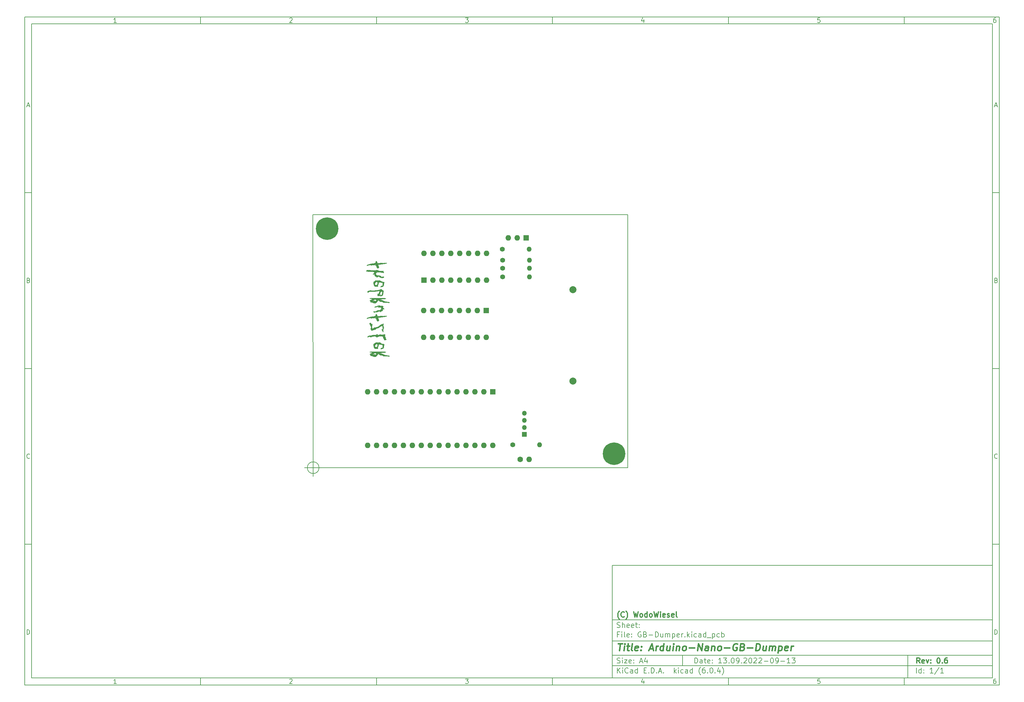
<source format=gbr>
%TF.GenerationSoftware,KiCad,Pcbnew,(6.0.4)*%
%TF.CreationDate,2022-10-03T14:38:54+02:00*%
%TF.ProjectId,GB-Dumper,47422d44-756d-4706-9572-2e6b69636164,0.6*%
%TF.SameCoordinates,PX57bcf00PY83cc3c0*%
%TF.FileFunction,Soldermask,Bot*%
%TF.FilePolarity,Negative*%
%FSLAX46Y46*%
G04 Gerber Fmt 4.6, Leading zero omitted, Abs format (unit mm)*
G04 Created by KiCad (PCBNEW (6.0.4)) date 2022-10-03 14:38:54*
%MOMM*%
%LPD*%
G01*
G04 APERTURE LIST*
%ADD10C,0.100000*%
%ADD11C,0.150000*%
%ADD12C,0.300000*%
%ADD13C,0.400000*%
%TA.AperFunction,Profile*%
%ADD14C,0.150000*%
%TD*%
%ADD15C,0.010000*%
%ADD16C,2.000000*%
%ADD17C,1.600000*%
%ADD18O,1.600000X1.600000*%
%ADD19R,1.600000X1.600000*%
%ADD20C,1.400000*%
%ADD21O,1.400000X1.400000*%
%ADD22R,1.350000X1.350000*%
%ADD23O,1.350000X1.350000*%
%ADD24C,0.800000*%
%ADD25C,6.400000*%
G04 APERTURE END LIST*
D10*
D11*
X85002200Y-27807200D02*
X85002200Y-59807200D01*
X193002200Y-59807200D01*
X193002200Y-27807200D01*
X85002200Y-27807200D01*
D10*
D11*
X-82000000Y128200000D02*
X-82000000Y-61807200D01*
X195002200Y-61807200D01*
X195002200Y128200000D01*
X-82000000Y128200000D01*
D10*
D11*
X-80000000Y126200000D02*
X-80000000Y-59807200D01*
X193002200Y-59807200D01*
X193002200Y126200000D01*
X-80000000Y126200000D01*
D10*
D11*
X-32000000Y126200000D02*
X-32000000Y128200000D01*
D10*
D11*
X18000000Y126200000D02*
X18000000Y128200000D01*
D10*
D11*
X68000000Y126200000D02*
X68000000Y128200000D01*
D10*
D11*
X118000000Y126200000D02*
X118000000Y128200000D01*
D10*
D11*
X168000000Y126200000D02*
X168000000Y128200000D01*
D10*
D11*
X-55934524Y126611905D02*
X-56677381Y126611905D01*
X-56305953Y126611905D02*
X-56305953Y127911905D01*
X-56429762Y127726191D01*
X-56553572Y127602381D01*
X-56677381Y127540477D01*
D10*
D11*
X-6677381Y127788096D02*
X-6615477Y127850000D01*
X-6491667Y127911905D01*
X-6182143Y127911905D01*
X-6058334Y127850000D01*
X-5996429Y127788096D01*
X-5934524Y127664286D01*
X-5934524Y127540477D01*
X-5996429Y127354762D01*
X-6739286Y126611905D01*
X-5934524Y126611905D01*
D10*
D11*
X43260714Y127911905D02*
X44065476Y127911905D01*
X43632142Y127416667D01*
X43817857Y127416667D01*
X43941666Y127354762D01*
X44003571Y127292858D01*
X44065476Y127169048D01*
X44065476Y126859524D01*
X44003571Y126735715D01*
X43941666Y126673810D01*
X43817857Y126611905D01*
X43446428Y126611905D01*
X43322619Y126673810D01*
X43260714Y126735715D01*
D10*
D11*
X93941666Y127478572D02*
X93941666Y126611905D01*
X93632142Y127973810D02*
X93322619Y127045239D01*
X94127380Y127045239D01*
D10*
D11*
X144003571Y127911905D02*
X143384523Y127911905D01*
X143322619Y127292858D01*
X143384523Y127354762D01*
X143508333Y127416667D01*
X143817857Y127416667D01*
X143941666Y127354762D01*
X144003571Y127292858D01*
X144065476Y127169048D01*
X144065476Y126859524D01*
X144003571Y126735715D01*
X143941666Y126673810D01*
X143817857Y126611905D01*
X143508333Y126611905D01*
X143384523Y126673810D01*
X143322619Y126735715D01*
D10*
D11*
X193941666Y127911905D02*
X193694047Y127911905D01*
X193570238Y127850000D01*
X193508333Y127788096D01*
X193384523Y127602381D01*
X193322619Y127354762D01*
X193322619Y126859524D01*
X193384523Y126735715D01*
X193446428Y126673810D01*
X193570238Y126611905D01*
X193817857Y126611905D01*
X193941666Y126673810D01*
X194003571Y126735715D01*
X194065476Y126859524D01*
X194065476Y127169048D01*
X194003571Y127292858D01*
X193941666Y127354762D01*
X193817857Y127416667D01*
X193570238Y127416667D01*
X193446428Y127354762D01*
X193384523Y127292858D01*
X193322619Y127169048D01*
D10*
D11*
X-32000000Y-59807200D02*
X-32000000Y-61807200D01*
D10*
D11*
X18000000Y-59807200D02*
X18000000Y-61807200D01*
D10*
D11*
X68000000Y-59807200D02*
X68000000Y-61807200D01*
D10*
D11*
X118000000Y-59807200D02*
X118000000Y-61807200D01*
D10*
D11*
X168000000Y-59807200D02*
X168000000Y-61807200D01*
D10*
D11*
X-55934524Y-61395295D02*
X-56677381Y-61395295D01*
X-56305953Y-61395295D02*
X-56305953Y-60095295D01*
X-56429762Y-60281009D01*
X-56553572Y-60404819D01*
X-56677381Y-60466723D01*
D10*
D11*
X-6677381Y-60219104D02*
X-6615477Y-60157200D01*
X-6491667Y-60095295D01*
X-6182143Y-60095295D01*
X-6058334Y-60157200D01*
X-5996429Y-60219104D01*
X-5934524Y-60342914D01*
X-5934524Y-60466723D01*
X-5996429Y-60652438D01*
X-6739286Y-61395295D01*
X-5934524Y-61395295D01*
D10*
D11*
X43260714Y-60095295D02*
X44065476Y-60095295D01*
X43632142Y-60590533D01*
X43817857Y-60590533D01*
X43941666Y-60652438D01*
X44003571Y-60714342D01*
X44065476Y-60838152D01*
X44065476Y-61147676D01*
X44003571Y-61271485D01*
X43941666Y-61333390D01*
X43817857Y-61395295D01*
X43446428Y-61395295D01*
X43322619Y-61333390D01*
X43260714Y-61271485D01*
D10*
D11*
X93941666Y-60528628D02*
X93941666Y-61395295D01*
X93632142Y-60033390D02*
X93322619Y-60961961D01*
X94127380Y-60961961D01*
D10*
D11*
X144003571Y-60095295D02*
X143384523Y-60095295D01*
X143322619Y-60714342D01*
X143384523Y-60652438D01*
X143508333Y-60590533D01*
X143817857Y-60590533D01*
X143941666Y-60652438D01*
X144003571Y-60714342D01*
X144065476Y-60838152D01*
X144065476Y-61147676D01*
X144003571Y-61271485D01*
X143941666Y-61333390D01*
X143817857Y-61395295D01*
X143508333Y-61395295D01*
X143384523Y-61333390D01*
X143322619Y-61271485D01*
D10*
D11*
X193941666Y-60095295D02*
X193694047Y-60095295D01*
X193570238Y-60157200D01*
X193508333Y-60219104D01*
X193384523Y-60404819D01*
X193322619Y-60652438D01*
X193322619Y-61147676D01*
X193384523Y-61271485D01*
X193446428Y-61333390D01*
X193570238Y-61395295D01*
X193817857Y-61395295D01*
X193941666Y-61333390D01*
X194003571Y-61271485D01*
X194065476Y-61147676D01*
X194065476Y-60838152D01*
X194003571Y-60714342D01*
X193941666Y-60652438D01*
X193817857Y-60590533D01*
X193570238Y-60590533D01*
X193446428Y-60652438D01*
X193384523Y-60714342D01*
X193322619Y-60838152D01*
D10*
D11*
X-82000000Y78200000D02*
X-80000000Y78200000D01*
D10*
D11*
X-82000000Y28200000D02*
X-80000000Y28200000D01*
D10*
D11*
X-82000000Y-21800000D02*
X-80000000Y-21800000D01*
D10*
D11*
X-81309524Y102983334D02*
X-80690477Y102983334D01*
X-81433334Y102611905D02*
X-81000000Y103911905D01*
X-80566667Y102611905D01*
D10*
D11*
X-80907143Y53292858D02*
X-80721429Y53230953D01*
X-80659524Y53169048D01*
X-80597620Y53045239D01*
X-80597620Y52859524D01*
X-80659524Y52735715D01*
X-80721429Y52673810D01*
X-80845239Y52611905D01*
X-81340477Y52611905D01*
X-81340477Y53911905D01*
X-80907143Y53911905D01*
X-80783334Y53850000D01*
X-80721429Y53788096D01*
X-80659524Y53664286D01*
X-80659524Y53540477D01*
X-80721429Y53416667D01*
X-80783334Y53354762D01*
X-80907143Y53292858D01*
X-81340477Y53292858D01*
D10*
D11*
X-80597620Y2735715D02*
X-80659524Y2673810D01*
X-80845239Y2611905D01*
X-80969048Y2611905D01*
X-81154762Y2673810D01*
X-81278572Y2797620D01*
X-81340477Y2921429D01*
X-81402381Y3169048D01*
X-81402381Y3354762D01*
X-81340477Y3602381D01*
X-81278572Y3726191D01*
X-81154762Y3850000D01*
X-80969048Y3911905D01*
X-80845239Y3911905D01*
X-80659524Y3850000D01*
X-80597620Y3788096D01*
D10*
D11*
X-81340477Y-47388095D02*
X-81340477Y-46088095D01*
X-81030953Y-46088095D01*
X-80845239Y-46150000D01*
X-80721429Y-46273809D01*
X-80659524Y-46397619D01*
X-80597620Y-46645238D01*
X-80597620Y-46830952D01*
X-80659524Y-47078571D01*
X-80721429Y-47202380D01*
X-80845239Y-47326190D01*
X-81030953Y-47388095D01*
X-81340477Y-47388095D01*
D10*
D11*
X195002200Y78200000D02*
X193002200Y78200000D01*
D10*
D11*
X195002200Y28200000D02*
X193002200Y28200000D01*
D10*
D11*
X195002200Y-21800000D02*
X193002200Y-21800000D01*
D10*
D11*
X193692676Y102983334D02*
X194311723Y102983334D01*
X193568866Y102611905D02*
X194002200Y103911905D01*
X194435533Y102611905D01*
D10*
D11*
X194095057Y53292858D02*
X194280771Y53230953D01*
X194342676Y53169048D01*
X194404580Y53045239D01*
X194404580Y52859524D01*
X194342676Y52735715D01*
X194280771Y52673810D01*
X194156961Y52611905D01*
X193661723Y52611905D01*
X193661723Y53911905D01*
X194095057Y53911905D01*
X194218866Y53850000D01*
X194280771Y53788096D01*
X194342676Y53664286D01*
X194342676Y53540477D01*
X194280771Y53416667D01*
X194218866Y53354762D01*
X194095057Y53292858D01*
X193661723Y53292858D01*
D10*
D11*
X194404580Y2735715D02*
X194342676Y2673810D01*
X194156961Y2611905D01*
X194033152Y2611905D01*
X193847438Y2673810D01*
X193723628Y2797620D01*
X193661723Y2921429D01*
X193599819Y3169048D01*
X193599819Y3354762D01*
X193661723Y3602381D01*
X193723628Y3726191D01*
X193847438Y3850000D01*
X194033152Y3911905D01*
X194156961Y3911905D01*
X194342676Y3850000D01*
X194404580Y3788096D01*
D10*
D11*
X193661723Y-47388095D02*
X193661723Y-46088095D01*
X193971247Y-46088095D01*
X194156961Y-46150000D01*
X194280771Y-46273809D01*
X194342676Y-46397619D01*
X194404580Y-46645238D01*
X194404580Y-46830952D01*
X194342676Y-47078571D01*
X194280771Y-47202380D01*
X194156961Y-47326190D01*
X193971247Y-47388095D01*
X193661723Y-47388095D01*
D10*
D11*
X108434342Y-55585771D02*
X108434342Y-54085771D01*
X108791485Y-54085771D01*
X109005771Y-54157200D01*
X109148628Y-54300057D01*
X109220057Y-54442914D01*
X109291485Y-54728628D01*
X109291485Y-54942914D01*
X109220057Y-55228628D01*
X109148628Y-55371485D01*
X109005771Y-55514342D01*
X108791485Y-55585771D01*
X108434342Y-55585771D01*
X110577200Y-55585771D02*
X110577200Y-54800057D01*
X110505771Y-54657200D01*
X110362914Y-54585771D01*
X110077200Y-54585771D01*
X109934342Y-54657200D01*
X110577200Y-55514342D02*
X110434342Y-55585771D01*
X110077200Y-55585771D01*
X109934342Y-55514342D01*
X109862914Y-55371485D01*
X109862914Y-55228628D01*
X109934342Y-55085771D01*
X110077200Y-55014342D01*
X110434342Y-55014342D01*
X110577200Y-54942914D01*
X111077200Y-54585771D02*
X111648628Y-54585771D01*
X111291485Y-54085771D02*
X111291485Y-55371485D01*
X111362914Y-55514342D01*
X111505771Y-55585771D01*
X111648628Y-55585771D01*
X112720057Y-55514342D02*
X112577200Y-55585771D01*
X112291485Y-55585771D01*
X112148628Y-55514342D01*
X112077200Y-55371485D01*
X112077200Y-54800057D01*
X112148628Y-54657200D01*
X112291485Y-54585771D01*
X112577200Y-54585771D01*
X112720057Y-54657200D01*
X112791485Y-54800057D01*
X112791485Y-54942914D01*
X112077200Y-55085771D01*
X113434342Y-55442914D02*
X113505771Y-55514342D01*
X113434342Y-55585771D01*
X113362914Y-55514342D01*
X113434342Y-55442914D01*
X113434342Y-55585771D01*
X113434342Y-54657200D02*
X113505771Y-54728628D01*
X113434342Y-54800057D01*
X113362914Y-54728628D01*
X113434342Y-54657200D01*
X113434342Y-54800057D01*
X116077200Y-55585771D02*
X115220057Y-55585771D01*
X115648628Y-55585771D02*
X115648628Y-54085771D01*
X115505771Y-54300057D01*
X115362914Y-54442914D01*
X115220057Y-54514342D01*
X116577200Y-54085771D02*
X117505771Y-54085771D01*
X117005771Y-54657200D01*
X117220057Y-54657200D01*
X117362914Y-54728628D01*
X117434342Y-54800057D01*
X117505771Y-54942914D01*
X117505771Y-55300057D01*
X117434342Y-55442914D01*
X117362914Y-55514342D01*
X117220057Y-55585771D01*
X116791485Y-55585771D01*
X116648628Y-55514342D01*
X116577200Y-55442914D01*
X118148628Y-55442914D02*
X118220057Y-55514342D01*
X118148628Y-55585771D01*
X118077200Y-55514342D01*
X118148628Y-55442914D01*
X118148628Y-55585771D01*
X119148628Y-54085771D02*
X119291485Y-54085771D01*
X119434342Y-54157200D01*
X119505771Y-54228628D01*
X119577200Y-54371485D01*
X119648628Y-54657200D01*
X119648628Y-55014342D01*
X119577200Y-55300057D01*
X119505771Y-55442914D01*
X119434342Y-55514342D01*
X119291485Y-55585771D01*
X119148628Y-55585771D01*
X119005771Y-55514342D01*
X118934342Y-55442914D01*
X118862914Y-55300057D01*
X118791485Y-55014342D01*
X118791485Y-54657200D01*
X118862914Y-54371485D01*
X118934342Y-54228628D01*
X119005771Y-54157200D01*
X119148628Y-54085771D01*
X120362914Y-55585771D02*
X120648628Y-55585771D01*
X120791485Y-55514342D01*
X120862914Y-55442914D01*
X121005771Y-55228628D01*
X121077200Y-54942914D01*
X121077200Y-54371485D01*
X121005771Y-54228628D01*
X120934342Y-54157200D01*
X120791485Y-54085771D01*
X120505771Y-54085771D01*
X120362914Y-54157200D01*
X120291485Y-54228628D01*
X120220057Y-54371485D01*
X120220057Y-54728628D01*
X120291485Y-54871485D01*
X120362914Y-54942914D01*
X120505771Y-55014342D01*
X120791485Y-55014342D01*
X120934342Y-54942914D01*
X121005771Y-54871485D01*
X121077200Y-54728628D01*
X121720057Y-55442914D02*
X121791485Y-55514342D01*
X121720057Y-55585771D01*
X121648628Y-55514342D01*
X121720057Y-55442914D01*
X121720057Y-55585771D01*
X122362914Y-54228628D02*
X122434342Y-54157200D01*
X122577200Y-54085771D01*
X122934342Y-54085771D01*
X123077200Y-54157200D01*
X123148628Y-54228628D01*
X123220057Y-54371485D01*
X123220057Y-54514342D01*
X123148628Y-54728628D01*
X122291485Y-55585771D01*
X123220057Y-55585771D01*
X124148628Y-54085771D02*
X124291485Y-54085771D01*
X124434342Y-54157200D01*
X124505771Y-54228628D01*
X124577200Y-54371485D01*
X124648628Y-54657200D01*
X124648628Y-55014342D01*
X124577200Y-55300057D01*
X124505771Y-55442914D01*
X124434342Y-55514342D01*
X124291485Y-55585771D01*
X124148628Y-55585771D01*
X124005771Y-55514342D01*
X123934342Y-55442914D01*
X123862914Y-55300057D01*
X123791485Y-55014342D01*
X123791485Y-54657200D01*
X123862914Y-54371485D01*
X123934342Y-54228628D01*
X124005771Y-54157200D01*
X124148628Y-54085771D01*
X125220057Y-54228628D02*
X125291485Y-54157200D01*
X125434342Y-54085771D01*
X125791485Y-54085771D01*
X125934342Y-54157200D01*
X126005771Y-54228628D01*
X126077200Y-54371485D01*
X126077200Y-54514342D01*
X126005771Y-54728628D01*
X125148628Y-55585771D01*
X126077200Y-55585771D01*
X126648628Y-54228628D02*
X126720057Y-54157200D01*
X126862914Y-54085771D01*
X127220057Y-54085771D01*
X127362914Y-54157200D01*
X127434342Y-54228628D01*
X127505771Y-54371485D01*
X127505771Y-54514342D01*
X127434342Y-54728628D01*
X126577200Y-55585771D01*
X127505771Y-55585771D01*
X128148628Y-55014342D02*
X129291485Y-55014342D01*
X130291485Y-54085771D02*
X130434342Y-54085771D01*
X130577200Y-54157200D01*
X130648628Y-54228628D01*
X130720057Y-54371485D01*
X130791485Y-54657200D01*
X130791485Y-55014342D01*
X130720057Y-55300057D01*
X130648628Y-55442914D01*
X130577200Y-55514342D01*
X130434342Y-55585771D01*
X130291485Y-55585771D01*
X130148628Y-55514342D01*
X130077200Y-55442914D01*
X130005771Y-55300057D01*
X129934342Y-55014342D01*
X129934342Y-54657200D01*
X130005771Y-54371485D01*
X130077200Y-54228628D01*
X130148628Y-54157200D01*
X130291485Y-54085771D01*
X131505771Y-55585771D02*
X131791485Y-55585771D01*
X131934342Y-55514342D01*
X132005771Y-55442914D01*
X132148628Y-55228628D01*
X132220057Y-54942914D01*
X132220057Y-54371485D01*
X132148628Y-54228628D01*
X132077200Y-54157200D01*
X131934342Y-54085771D01*
X131648628Y-54085771D01*
X131505771Y-54157200D01*
X131434342Y-54228628D01*
X131362914Y-54371485D01*
X131362914Y-54728628D01*
X131434342Y-54871485D01*
X131505771Y-54942914D01*
X131648628Y-55014342D01*
X131934342Y-55014342D01*
X132077200Y-54942914D01*
X132148628Y-54871485D01*
X132220057Y-54728628D01*
X132862914Y-55014342D02*
X134005771Y-55014342D01*
X135505771Y-55585771D02*
X134648628Y-55585771D01*
X135077200Y-55585771D02*
X135077200Y-54085771D01*
X134934342Y-54300057D01*
X134791485Y-54442914D01*
X134648628Y-54514342D01*
X136005771Y-54085771D02*
X136934342Y-54085771D01*
X136434342Y-54657200D01*
X136648628Y-54657200D01*
X136791485Y-54728628D01*
X136862914Y-54800057D01*
X136934342Y-54942914D01*
X136934342Y-55300057D01*
X136862914Y-55442914D01*
X136791485Y-55514342D01*
X136648628Y-55585771D01*
X136220057Y-55585771D01*
X136077200Y-55514342D01*
X136005771Y-55442914D01*
D10*
D11*
X85002200Y-56307200D02*
X193002200Y-56307200D01*
D10*
D11*
X86434342Y-58385771D02*
X86434342Y-56885771D01*
X87291485Y-58385771D02*
X86648628Y-57528628D01*
X87291485Y-56885771D02*
X86434342Y-57742914D01*
X87934342Y-58385771D02*
X87934342Y-57385771D01*
X87934342Y-56885771D02*
X87862914Y-56957200D01*
X87934342Y-57028628D01*
X88005771Y-56957200D01*
X87934342Y-56885771D01*
X87934342Y-57028628D01*
X89505771Y-58242914D02*
X89434342Y-58314342D01*
X89220057Y-58385771D01*
X89077200Y-58385771D01*
X88862914Y-58314342D01*
X88720057Y-58171485D01*
X88648628Y-58028628D01*
X88577200Y-57742914D01*
X88577200Y-57528628D01*
X88648628Y-57242914D01*
X88720057Y-57100057D01*
X88862914Y-56957200D01*
X89077200Y-56885771D01*
X89220057Y-56885771D01*
X89434342Y-56957200D01*
X89505771Y-57028628D01*
X90791485Y-58385771D02*
X90791485Y-57600057D01*
X90720057Y-57457200D01*
X90577200Y-57385771D01*
X90291485Y-57385771D01*
X90148628Y-57457200D01*
X90791485Y-58314342D02*
X90648628Y-58385771D01*
X90291485Y-58385771D01*
X90148628Y-58314342D01*
X90077200Y-58171485D01*
X90077200Y-58028628D01*
X90148628Y-57885771D01*
X90291485Y-57814342D01*
X90648628Y-57814342D01*
X90791485Y-57742914D01*
X92148628Y-58385771D02*
X92148628Y-56885771D01*
X92148628Y-58314342D02*
X92005771Y-58385771D01*
X91720057Y-58385771D01*
X91577200Y-58314342D01*
X91505771Y-58242914D01*
X91434342Y-58100057D01*
X91434342Y-57671485D01*
X91505771Y-57528628D01*
X91577200Y-57457200D01*
X91720057Y-57385771D01*
X92005771Y-57385771D01*
X92148628Y-57457200D01*
X94005771Y-57600057D02*
X94505771Y-57600057D01*
X94720057Y-58385771D02*
X94005771Y-58385771D01*
X94005771Y-56885771D01*
X94720057Y-56885771D01*
X95362914Y-58242914D02*
X95434342Y-58314342D01*
X95362914Y-58385771D01*
X95291485Y-58314342D01*
X95362914Y-58242914D01*
X95362914Y-58385771D01*
X96077200Y-58385771D02*
X96077200Y-56885771D01*
X96434342Y-56885771D01*
X96648628Y-56957200D01*
X96791485Y-57100057D01*
X96862914Y-57242914D01*
X96934342Y-57528628D01*
X96934342Y-57742914D01*
X96862914Y-58028628D01*
X96791485Y-58171485D01*
X96648628Y-58314342D01*
X96434342Y-58385771D01*
X96077200Y-58385771D01*
X97577200Y-58242914D02*
X97648628Y-58314342D01*
X97577200Y-58385771D01*
X97505771Y-58314342D01*
X97577200Y-58242914D01*
X97577200Y-58385771D01*
X98220057Y-57957200D02*
X98934342Y-57957200D01*
X98077200Y-58385771D02*
X98577200Y-56885771D01*
X99077200Y-58385771D01*
X99577200Y-58242914D02*
X99648628Y-58314342D01*
X99577200Y-58385771D01*
X99505771Y-58314342D01*
X99577200Y-58242914D01*
X99577200Y-58385771D01*
X102577200Y-58385771D02*
X102577200Y-56885771D01*
X102720057Y-57814342D02*
X103148628Y-58385771D01*
X103148628Y-57385771D02*
X102577200Y-57957200D01*
X103791485Y-58385771D02*
X103791485Y-57385771D01*
X103791485Y-56885771D02*
X103720057Y-56957200D01*
X103791485Y-57028628D01*
X103862914Y-56957200D01*
X103791485Y-56885771D01*
X103791485Y-57028628D01*
X105148628Y-58314342D02*
X105005771Y-58385771D01*
X104720057Y-58385771D01*
X104577200Y-58314342D01*
X104505771Y-58242914D01*
X104434342Y-58100057D01*
X104434342Y-57671485D01*
X104505771Y-57528628D01*
X104577200Y-57457200D01*
X104720057Y-57385771D01*
X105005771Y-57385771D01*
X105148628Y-57457200D01*
X106434342Y-58385771D02*
X106434342Y-57600057D01*
X106362914Y-57457200D01*
X106220057Y-57385771D01*
X105934342Y-57385771D01*
X105791485Y-57457200D01*
X106434342Y-58314342D02*
X106291485Y-58385771D01*
X105934342Y-58385771D01*
X105791485Y-58314342D01*
X105720057Y-58171485D01*
X105720057Y-58028628D01*
X105791485Y-57885771D01*
X105934342Y-57814342D01*
X106291485Y-57814342D01*
X106434342Y-57742914D01*
X107791485Y-58385771D02*
X107791485Y-56885771D01*
X107791485Y-58314342D02*
X107648628Y-58385771D01*
X107362914Y-58385771D01*
X107220057Y-58314342D01*
X107148628Y-58242914D01*
X107077200Y-58100057D01*
X107077200Y-57671485D01*
X107148628Y-57528628D01*
X107220057Y-57457200D01*
X107362914Y-57385771D01*
X107648628Y-57385771D01*
X107791485Y-57457200D01*
X110077200Y-58957200D02*
X110005771Y-58885771D01*
X109862914Y-58671485D01*
X109791485Y-58528628D01*
X109720057Y-58314342D01*
X109648628Y-57957200D01*
X109648628Y-57671485D01*
X109720057Y-57314342D01*
X109791485Y-57100057D01*
X109862914Y-56957200D01*
X110005771Y-56742914D01*
X110077200Y-56671485D01*
X111291485Y-56885771D02*
X111005771Y-56885771D01*
X110862914Y-56957200D01*
X110791485Y-57028628D01*
X110648628Y-57242914D01*
X110577200Y-57528628D01*
X110577200Y-58100057D01*
X110648628Y-58242914D01*
X110720057Y-58314342D01*
X110862914Y-58385771D01*
X111148628Y-58385771D01*
X111291485Y-58314342D01*
X111362914Y-58242914D01*
X111434342Y-58100057D01*
X111434342Y-57742914D01*
X111362914Y-57600057D01*
X111291485Y-57528628D01*
X111148628Y-57457200D01*
X110862914Y-57457200D01*
X110720057Y-57528628D01*
X110648628Y-57600057D01*
X110577200Y-57742914D01*
X112077200Y-58242914D02*
X112148628Y-58314342D01*
X112077200Y-58385771D01*
X112005771Y-58314342D01*
X112077200Y-58242914D01*
X112077200Y-58385771D01*
X113077200Y-56885771D02*
X113220057Y-56885771D01*
X113362914Y-56957200D01*
X113434342Y-57028628D01*
X113505771Y-57171485D01*
X113577200Y-57457200D01*
X113577200Y-57814342D01*
X113505771Y-58100057D01*
X113434342Y-58242914D01*
X113362914Y-58314342D01*
X113220057Y-58385771D01*
X113077200Y-58385771D01*
X112934342Y-58314342D01*
X112862914Y-58242914D01*
X112791485Y-58100057D01*
X112720057Y-57814342D01*
X112720057Y-57457200D01*
X112791485Y-57171485D01*
X112862914Y-57028628D01*
X112934342Y-56957200D01*
X113077200Y-56885771D01*
X114220057Y-58242914D02*
X114291485Y-58314342D01*
X114220057Y-58385771D01*
X114148628Y-58314342D01*
X114220057Y-58242914D01*
X114220057Y-58385771D01*
X115577200Y-57385771D02*
X115577200Y-58385771D01*
X115220057Y-56814342D02*
X114862914Y-57885771D01*
X115791485Y-57885771D01*
X116220057Y-58957200D02*
X116291485Y-58885771D01*
X116434342Y-58671485D01*
X116505771Y-58528628D01*
X116577200Y-58314342D01*
X116648628Y-57957200D01*
X116648628Y-57671485D01*
X116577200Y-57314342D01*
X116505771Y-57100057D01*
X116434342Y-56957200D01*
X116291485Y-56742914D01*
X116220057Y-56671485D01*
D10*
D11*
X85002200Y-53307200D02*
X193002200Y-53307200D01*
D10*
D12*
X172411485Y-55585771D02*
X171911485Y-54871485D01*
X171554342Y-55585771D02*
X171554342Y-54085771D01*
X172125771Y-54085771D01*
X172268628Y-54157200D01*
X172340057Y-54228628D01*
X172411485Y-54371485D01*
X172411485Y-54585771D01*
X172340057Y-54728628D01*
X172268628Y-54800057D01*
X172125771Y-54871485D01*
X171554342Y-54871485D01*
X173625771Y-55514342D02*
X173482914Y-55585771D01*
X173197200Y-55585771D01*
X173054342Y-55514342D01*
X172982914Y-55371485D01*
X172982914Y-54800057D01*
X173054342Y-54657200D01*
X173197200Y-54585771D01*
X173482914Y-54585771D01*
X173625771Y-54657200D01*
X173697200Y-54800057D01*
X173697200Y-54942914D01*
X172982914Y-55085771D01*
X174197200Y-54585771D02*
X174554342Y-55585771D01*
X174911485Y-54585771D01*
X175482914Y-55442914D02*
X175554342Y-55514342D01*
X175482914Y-55585771D01*
X175411485Y-55514342D01*
X175482914Y-55442914D01*
X175482914Y-55585771D01*
X175482914Y-54657200D02*
X175554342Y-54728628D01*
X175482914Y-54800057D01*
X175411485Y-54728628D01*
X175482914Y-54657200D01*
X175482914Y-54800057D01*
X177625771Y-54085771D02*
X177768628Y-54085771D01*
X177911485Y-54157200D01*
X177982914Y-54228628D01*
X178054342Y-54371485D01*
X178125771Y-54657200D01*
X178125771Y-55014342D01*
X178054342Y-55300057D01*
X177982914Y-55442914D01*
X177911485Y-55514342D01*
X177768628Y-55585771D01*
X177625771Y-55585771D01*
X177482914Y-55514342D01*
X177411485Y-55442914D01*
X177340057Y-55300057D01*
X177268628Y-55014342D01*
X177268628Y-54657200D01*
X177340057Y-54371485D01*
X177411485Y-54228628D01*
X177482914Y-54157200D01*
X177625771Y-54085771D01*
X178768628Y-55442914D02*
X178840057Y-55514342D01*
X178768628Y-55585771D01*
X178697200Y-55514342D01*
X178768628Y-55442914D01*
X178768628Y-55585771D01*
X180125771Y-54085771D02*
X179840057Y-54085771D01*
X179697200Y-54157200D01*
X179625771Y-54228628D01*
X179482914Y-54442914D01*
X179411485Y-54728628D01*
X179411485Y-55300057D01*
X179482914Y-55442914D01*
X179554342Y-55514342D01*
X179697200Y-55585771D01*
X179982914Y-55585771D01*
X180125771Y-55514342D01*
X180197200Y-55442914D01*
X180268628Y-55300057D01*
X180268628Y-54942914D01*
X180197200Y-54800057D01*
X180125771Y-54728628D01*
X179982914Y-54657200D01*
X179697200Y-54657200D01*
X179554342Y-54728628D01*
X179482914Y-54800057D01*
X179411485Y-54942914D01*
D10*
D11*
X86362914Y-55514342D02*
X86577200Y-55585771D01*
X86934342Y-55585771D01*
X87077200Y-55514342D01*
X87148628Y-55442914D01*
X87220057Y-55300057D01*
X87220057Y-55157200D01*
X87148628Y-55014342D01*
X87077200Y-54942914D01*
X86934342Y-54871485D01*
X86648628Y-54800057D01*
X86505771Y-54728628D01*
X86434342Y-54657200D01*
X86362914Y-54514342D01*
X86362914Y-54371485D01*
X86434342Y-54228628D01*
X86505771Y-54157200D01*
X86648628Y-54085771D01*
X87005771Y-54085771D01*
X87220057Y-54157200D01*
X87862914Y-55585771D02*
X87862914Y-54585771D01*
X87862914Y-54085771D02*
X87791485Y-54157200D01*
X87862914Y-54228628D01*
X87934342Y-54157200D01*
X87862914Y-54085771D01*
X87862914Y-54228628D01*
X88434342Y-54585771D02*
X89220057Y-54585771D01*
X88434342Y-55585771D01*
X89220057Y-55585771D01*
X90362914Y-55514342D02*
X90220057Y-55585771D01*
X89934342Y-55585771D01*
X89791485Y-55514342D01*
X89720057Y-55371485D01*
X89720057Y-54800057D01*
X89791485Y-54657200D01*
X89934342Y-54585771D01*
X90220057Y-54585771D01*
X90362914Y-54657200D01*
X90434342Y-54800057D01*
X90434342Y-54942914D01*
X89720057Y-55085771D01*
X91077200Y-55442914D02*
X91148628Y-55514342D01*
X91077200Y-55585771D01*
X91005771Y-55514342D01*
X91077200Y-55442914D01*
X91077200Y-55585771D01*
X91077200Y-54657200D02*
X91148628Y-54728628D01*
X91077200Y-54800057D01*
X91005771Y-54728628D01*
X91077200Y-54657200D01*
X91077200Y-54800057D01*
X92862914Y-55157200D02*
X93577200Y-55157200D01*
X92720057Y-55585771D02*
X93220057Y-54085771D01*
X93720057Y-55585771D01*
X94862914Y-54585771D02*
X94862914Y-55585771D01*
X94505771Y-54014342D02*
X94148628Y-55085771D01*
X95077200Y-55085771D01*
D10*
D11*
X171434342Y-58385771D02*
X171434342Y-56885771D01*
X172791485Y-58385771D02*
X172791485Y-56885771D01*
X172791485Y-58314342D02*
X172648628Y-58385771D01*
X172362914Y-58385771D01*
X172220057Y-58314342D01*
X172148628Y-58242914D01*
X172077200Y-58100057D01*
X172077200Y-57671485D01*
X172148628Y-57528628D01*
X172220057Y-57457200D01*
X172362914Y-57385771D01*
X172648628Y-57385771D01*
X172791485Y-57457200D01*
X173505771Y-58242914D02*
X173577200Y-58314342D01*
X173505771Y-58385771D01*
X173434342Y-58314342D01*
X173505771Y-58242914D01*
X173505771Y-58385771D01*
X173505771Y-57457200D02*
X173577200Y-57528628D01*
X173505771Y-57600057D01*
X173434342Y-57528628D01*
X173505771Y-57457200D01*
X173505771Y-57600057D01*
X176148628Y-58385771D02*
X175291485Y-58385771D01*
X175720057Y-58385771D02*
X175720057Y-56885771D01*
X175577200Y-57100057D01*
X175434342Y-57242914D01*
X175291485Y-57314342D01*
X177862914Y-56814342D02*
X176577200Y-58742914D01*
X179148628Y-58385771D02*
X178291485Y-58385771D01*
X178720057Y-58385771D02*
X178720057Y-56885771D01*
X178577200Y-57100057D01*
X178434342Y-57242914D01*
X178291485Y-57314342D01*
D10*
D11*
X85002200Y-49307200D02*
X193002200Y-49307200D01*
D10*
D13*
X86714580Y-50011961D02*
X87857438Y-50011961D01*
X87036009Y-52011961D02*
X87286009Y-50011961D01*
X88274104Y-52011961D02*
X88440771Y-50678628D01*
X88524104Y-50011961D02*
X88416961Y-50107200D01*
X88500295Y-50202438D01*
X88607438Y-50107200D01*
X88524104Y-50011961D01*
X88500295Y-50202438D01*
X89107438Y-50678628D02*
X89869342Y-50678628D01*
X89476485Y-50011961D02*
X89262200Y-51726247D01*
X89333628Y-51916723D01*
X89512200Y-52011961D01*
X89702676Y-52011961D01*
X90655057Y-52011961D02*
X90476485Y-51916723D01*
X90405057Y-51726247D01*
X90619342Y-50011961D01*
X92190771Y-51916723D02*
X91988390Y-52011961D01*
X91607438Y-52011961D01*
X91428866Y-51916723D01*
X91357438Y-51726247D01*
X91452676Y-50964342D01*
X91571723Y-50773866D01*
X91774104Y-50678628D01*
X92155057Y-50678628D01*
X92333628Y-50773866D01*
X92405057Y-50964342D01*
X92381247Y-51154819D01*
X91405057Y-51345295D01*
X93155057Y-51821485D02*
X93238390Y-51916723D01*
X93131247Y-52011961D01*
X93047914Y-51916723D01*
X93155057Y-51821485D01*
X93131247Y-52011961D01*
X93286009Y-50773866D02*
X93369342Y-50869104D01*
X93262200Y-50964342D01*
X93178866Y-50869104D01*
X93286009Y-50773866D01*
X93262200Y-50964342D01*
X95583628Y-51440533D02*
X96536009Y-51440533D01*
X95321723Y-52011961D02*
X96238390Y-50011961D01*
X96655057Y-52011961D01*
X97321723Y-52011961D02*
X97488390Y-50678628D01*
X97440771Y-51059580D02*
X97559819Y-50869104D01*
X97666961Y-50773866D01*
X97869342Y-50678628D01*
X98059819Y-50678628D01*
X99416961Y-52011961D02*
X99666961Y-50011961D01*
X99428866Y-51916723D02*
X99226485Y-52011961D01*
X98845533Y-52011961D01*
X98666961Y-51916723D01*
X98583628Y-51821485D01*
X98512200Y-51631009D01*
X98583628Y-51059580D01*
X98702676Y-50869104D01*
X98809819Y-50773866D01*
X99012200Y-50678628D01*
X99393152Y-50678628D01*
X99571723Y-50773866D01*
X101393152Y-50678628D02*
X101226485Y-52011961D01*
X100536009Y-50678628D02*
X100405057Y-51726247D01*
X100476485Y-51916723D01*
X100655057Y-52011961D01*
X100940771Y-52011961D01*
X101143152Y-51916723D01*
X101250295Y-51821485D01*
X102178866Y-52011961D02*
X102345533Y-50678628D01*
X102428866Y-50011961D02*
X102321723Y-50107200D01*
X102405057Y-50202438D01*
X102512200Y-50107200D01*
X102428866Y-50011961D01*
X102405057Y-50202438D01*
X103297914Y-50678628D02*
X103131247Y-52011961D01*
X103274104Y-50869104D02*
X103381247Y-50773866D01*
X103583628Y-50678628D01*
X103869342Y-50678628D01*
X104047914Y-50773866D01*
X104119342Y-50964342D01*
X103988390Y-52011961D01*
X105226485Y-52011961D02*
X105047914Y-51916723D01*
X104964580Y-51821485D01*
X104893152Y-51631009D01*
X104964580Y-51059580D01*
X105083628Y-50869104D01*
X105190771Y-50773866D01*
X105393152Y-50678628D01*
X105678866Y-50678628D01*
X105857438Y-50773866D01*
X105940771Y-50869104D01*
X106012200Y-51059580D01*
X105940771Y-51631009D01*
X105821723Y-51821485D01*
X105714580Y-51916723D01*
X105512200Y-52011961D01*
X105226485Y-52011961D01*
X106845533Y-51250057D02*
X108369342Y-51250057D01*
X109226485Y-52011961D02*
X109476485Y-50011961D01*
X110369342Y-52011961D01*
X110619342Y-50011961D01*
X112178866Y-52011961D02*
X112309819Y-50964342D01*
X112238390Y-50773866D01*
X112059819Y-50678628D01*
X111678866Y-50678628D01*
X111476485Y-50773866D01*
X112190771Y-51916723D02*
X111988390Y-52011961D01*
X111512200Y-52011961D01*
X111333628Y-51916723D01*
X111262200Y-51726247D01*
X111286009Y-51535771D01*
X111405057Y-51345295D01*
X111607438Y-51250057D01*
X112083628Y-51250057D01*
X112286009Y-51154819D01*
X113297914Y-50678628D02*
X113131247Y-52011961D01*
X113274104Y-50869104D02*
X113381247Y-50773866D01*
X113583628Y-50678628D01*
X113869342Y-50678628D01*
X114047914Y-50773866D01*
X114119342Y-50964342D01*
X113988390Y-52011961D01*
X115226485Y-52011961D02*
X115047914Y-51916723D01*
X114964580Y-51821485D01*
X114893152Y-51631009D01*
X114964580Y-51059580D01*
X115083628Y-50869104D01*
X115190771Y-50773866D01*
X115393152Y-50678628D01*
X115678866Y-50678628D01*
X115857438Y-50773866D01*
X115940771Y-50869104D01*
X116012200Y-51059580D01*
X115940771Y-51631009D01*
X115821723Y-51821485D01*
X115714580Y-51916723D01*
X115512200Y-52011961D01*
X115226485Y-52011961D01*
X116845533Y-51250057D02*
X118369342Y-51250057D01*
X120512200Y-50107200D02*
X120333628Y-50011961D01*
X120047914Y-50011961D01*
X119750295Y-50107200D01*
X119536009Y-50297676D01*
X119416961Y-50488152D01*
X119274104Y-50869104D01*
X119238390Y-51154819D01*
X119286009Y-51535771D01*
X119357438Y-51726247D01*
X119524104Y-51916723D01*
X119797914Y-52011961D01*
X119988390Y-52011961D01*
X120286009Y-51916723D01*
X120393152Y-51821485D01*
X120476485Y-51154819D01*
X120095533Y-51154819D01*
X122024104Y-50964342D02*
X122297914Y-51059580D01*
X122381247Y-51154819D01*
X122452676Y-51345295D01*
X122416961Y-51631009D01*
X122297914Y-51821485D01*
X122190771Y-51916723D01*
X121988390Y-52011961D01*
X121226485Y-52011961D01*
X121476485Y-50011961D01*
X122143152Y-50011961D01*
X122321723Y-50107200D01*
X122405057Y-50202438D01*
X122476485Y-50392914D01*
X122452676Y-50583390D01*
X122333628Y-50773866D01*
X122226485Y-50869104D01*
X122024104Y-50964342D01*
X121357438Y-50964342D01*
X123321723Y-51250057D02*
X124845533Y-51250057D01*
X125702676Y-52011961D02*
X125952676Y-50011961D01*
X126428866Y-50011961D01*
X126702676Y-50107200D01*
X126869342Y-50297676D01*
X126940771Y-50488152D01*
X126988390Y-50869104D01*
X126952676Y-51154819D01*
X126809819Y-51535771D01*
X126690771Y-51726247D01*
X126476485Y-51916723D01*
X126178866Y-52011961D01*
X125702676Y-52011961D01*
X128726485Y-50678628D02*
X128559819Y-52011961D01*
X127869342Y-50678628D02*
X127738390Y-51726247D01*
X127809819Y-51916723D01*
X127988390Y-52011961D01*
X128274104Y-52011961D01*
X128476485Y-51916723D01*
X128583628Y-51821485D01*
X129512200Y-52011961D02*
X129678866Y-50678628D01*
X129655057Y-50869104D02*
X129762200Y-50773866D01*
X129964580Y-50678628D01*
X130250295Y-50678628D01*
X130428866Y-50773866D01*
X130500295Y-50964342D01*
X130369342Y-52011961D01*
X130500295Y-50964342D02*
X130619342Y-50773866D01*
X130821723Y-50678628D01*
X131107438Y-50678628D01*
X131286009Y-50773866D01*
X131357438Y-50964342D01*
X131226485Y-52011961D01*
X132345533Y-50678628D02*
X132095533Y-52678628D01*
X132333628Y-50773866D02*
X132536009Y-50678628D01*
X132916961Y-50678628D01*
X133095533Y-50773866D01*
X133178866Y-50869104D01*
X133250295Y-51059580D01*
X133178866Y-51631009D01*
X133059819Y-51821485D01*
X132952676Y-51916723D01*
X132750295Y-52011961D01*
X132369342Y-52011961D01*
X132190771Y-51916723D01*
X134762200Y-51916723D02*
X134559819Y-52011961D01*
X134178866Y-52011961D01*
X134000295Y-51916723D01*
X133928866Y-51726247D01*
X134024104Y-50964342D01*
X134143152Y-50773866D01*
X134345533Y-50678628D01*
X134726485Y-50678628D01*
X134905057Y-50773866D01*
X134976485Y-50964342D01*
X134952676Y-51154819D01*
X133976485Y-51345295D01*
X135702676Y-52011961D02*
X135869342Y-50678628D01*
X135821723Y-51059580D02*
X135940771Y-50869104D01*
X136047914Y-50773866D01*
X136250295Y-50678628D01*
X136440771Y-50678628D01*
D10*
D11*
X86934342Y-47400057D02*
X86434342Y-47400057D01*
X86434342Y-48185771D02*
X86434342Y-46685771D01*
X87148628Y-46685771D01*
X87720057Y-48185771D02*
X87720057Y-47185771D01*
X87720057Y-46685771D02*
X87648628Y-46757200D01*
X87720057Y-46828628D01*
X87791485Y-46757200D01*
X87720057Y-46685771D01*
X87720057Y-46828628D01*
X88648628Y-48185771D02*
X88505771Y-48114342D01*
X88434342Y-47971485D01*
X88434342Y-46685771D01*
X89791485Y-48114342D02*
X89648628Y-48185771D01*
X89362914Y-48185771D01*
X89220057Y-48114342D01*
X89148628Y-47971485D01*
X89148628Y-47400057D01*
X89220057Y-47257200D01*
X89362914Y-47185771D01*
X89648628Y-47185771D01*
X89791485Y-47257200D01*
X89862914Y-47400057D01*
X89862914Y-47542914D01*
X89148628Y-47685771D01*
X90505771Y-48042914D02*
X90577200Y-48114342D01*
X90505771Y-48185771D01*
X90434342Y-48114342D01*
X90505771Y-48042914D01*
X90505771Y-48185771D01*
X90505771Y-47257200D02*
X90577200Y-47328628D01*
X90505771Y-47400057D01*
X90434342Y-47328628D01*
X90505771Y-47257200D01*
X90505771Y-47400057D01*
X93148628Y-46757200D02*
X93005771Y-46685771D01*
X92791485Y-46685771D01*
X92577200Y-46757200D01*
X92434342Y-46900057D01*
X92362914Y-47042914D01*
X92291485Y-47328628D01*
X92291485Y-47542914D01*
X92362914Y-47828628D01*
X92434342Y-47971485D01*
X92577200Y-48114342D01*
X92791485Y-48185771D01*
X92934342Y-48185771D01*
X93148628Y-48114342D01*
X93220057Y-48042914D01*
X93220057Y-47542914D01*
X92934342Y-47542914D01*
X94362914Y-47400057D02*
X94577200Y-47471485D01*
X94648628Y-47542914D01*
X94720057Y-47685771D01*
X94720057Y-47900057D01*
X94648628Y-48042914D01*
X94577200Y-48114342D01*
X94434342Y-48185771D01*
X93862914Y-48185771D01*
X93862914Y-46685771D01*
X94362914Y-46685771D01*
X94505771Y-46757200D01*
X94577200Y-46828628D01*
X94648628Y-46971485D01*
X94648628Y-47114342D01*
X94577200Y-47257200D01*
X94505771Y-47328628D01*
X94362914Y-47400057D01*
X93862914Y-47400057D01*
X95362914Y-47614342D02*
X96505771Y-47614342D01*
X97220057Y-48185771D02*
X97220057Y-46685771D01*
X97577200Y-46685771D01*
X97791485Y-46757200D01*
X97934342Y-46900057D01*
X98005771Y-47042914D01*
X98077200Y-47328628D01*
X98077200Y-47542914D01*
X98005771Y-47828628D01*
X97934342Y-47971485D01*
X97791485Y-48114342D01*
X97577200Y-48185771D01*
X97220057Y-48185771D01*
X99362914Y-47185771D02*
X99362914Y-48185771D01*
X98720057Y-47185771D02*
X98720057Y-47971485D01*
X98791485Y-48114342D01*
X98934342Y-48185771D01*
X99148628Y-48185771D01*
X99291485Y-48114342D01*
X99362914Y-48042914D01*
X100077200Y-48185771D02*
X100077200Y-47185771D01*
X100077200Y-47328628D02*
X100148628Y-47257200D01*
X100291485Y-47185771D01*
X100505771Y-47185771D01*
X100648628Y-47257200D01*
X100720057Y-47400057D01*
X100720057Y-48185771D01*
X100720057Y-47400057D02*
X100791485Y-47257200D01*
X100934342Y-47185771D01*
X101148628Y-47185771D01*
X101291485Y-47257200D01*
X101362914Y-47400057D01*
X101362914Y-48185771D01*
X102077200Y-47185771D02*
X102077200Y-48685771D01*
X102077200Y-47257200D02*
X102220057Y-47185771D01*
X102505771Y-47185771D01*
X102648628Y-47257200D01*
X102720057Y-47328628D01*
X102791485Y-47471485D01*
X102791485Y-47900057D01*
X102720057Y-48042914D01*
X102648628Y-48114342D01*
X102505771Y-48185771D01*
X102220057Y-48185771D01*
X102077200Y-48114342D01*
X104005771Y-48114342D02*
X103862914Y-48185771D01*
X103577200Y-48185771D01*
X103434342Y-48114342D01*
X103362914Y-47971485D01*
X103362914Y-47400057D01*
X103434342Y-47257200D01*
X103577200Y-47185771D01*
X103862914Y-47185771D01*
X104005771Y-47257200D01*
X104077200Y-47400057D01*
X104077200Y-47542914D01*
X103362914Y-47685771D01*
X104720057Y-48185771D02*
X104720057Y-47185771D01*
X104720057Y-47471485D02*
X104791485Y-47328628D01*
X104862914Y-47257200D01*
X105005771Y-47185771D01*
X105148628Y-47185771D01*
X105648628Y-48042914D02*
X105720057Y-48114342D01*
X105648628Y-48185771D01*
X105577200Y-48114342D01*
X105648628Y-48042914D01*
X105648628Y-48185771D01*
X106362914Y-48185771D02*
X106362914Y-46685771D01*
X106505771Y-47614342D02*
X106934342Y-48185771D01*
X106934342Y-47185771D02*
X106362914Y-47757200D01*
X107577200Y-48185771D02*
X107577200Y-47185771D01*
X107577200Y-46685771D02*
X107505771Y-46757200D01*
X107577200Y-46828628D01*
X107648628Y-46757200D01*
X107577200Y-46685771D01*
X107577200Y-46828628D01*
X108934342Y-48114342D02*
X108791485Y-48185771D01*
X108505771Y-48185771D01*
X108362914Y-48114342D01*
X108291485Y-48042914D01*
X108220057Y-47900057D01*
X108220057Y-47471485D01*
X108291485Y-47328628D01*
X108362914Y-47257200D01*
X108505771Y-47185771D01*
X108791485Y-47185771D01*
X108934342Y-47257200D01*
X110220057Y-48185771D02*
X110220057Y-47400057D01*
X110148628Y-47257200D01*
X110005771Y-47185771D01*
X109720057Y-47185771D01*
X109577200Y-47257200D01*
X110220057Y-48114342D02*
X110077200Y-48185771D01*
X109720057Y-48185771D01*
X109577200Y-48114342D01*
X109505771Y-47971485D01*
X109505771Y-47828628D01*
X109577200Y-47685771D01*
X109720057Y-47614342D01*
X110077200Y-47614342D01*
X110220057Y-47542914D01*
X111577200Y-48185771D02*
X111577200Y-46685771D01*
X111577200Y-48114342D02*
X111434342Y-48185771D01*
X111148628Y-48185771D01*
X111005771Y-48114342D01*
X110934342Y-48042914D01*
X110862914Y-47900057D01*
X110862914Y-47471485D01*
X110934342Y-47328628D01*
X111005771Y-47257200D01*
X111148628Y-47185771D01*
X111434342Y-47185771D01*
X111577200Y-47257200D01*
X111934342Y-48328628D02*
X113077200Y-48328628D01*
X113434342Y-47185771D02*
X113434342Y-48685771D01*
X113434342Y-47257200D02*
X113577200Y-47185771D01*
X113862914Y-47185771D01*
X114005771Y-47257200D01*
X114077200Y-47328628D01*
X114148628Y-47471485D01*
X114148628Y-47900057D01*
X114077200Y-48042914D01*
X114005771Y-48114342D01*
X113862914Y-48185771D01*
X113577200Y-48185771D01*
X113434342Y-48114342D01*
X115434342Y-48114342D02*
X115291485Y-48185771D01*
X115005771Y-48185771D01*
X114862914Y-48114342D01*
X114791485Y-48042914D01*
X114720057Y-47900057D01*
X114720057Y-47471485D01*
X114791485Y-47328628D01*
X114862914Y-47257200D01*
X115005771Y-47185771D01*
X115291485Y-47185771D01*
X115434342Y-47257200D01*
X116077200Y-48185771D02*
X116077200Y-46685771D01*
X116077200Y-47257200D02*
X116220057Y-47185771D01*
X116505771Y-47185771D01*
X116648628Y-47257200D01*
X116720057Y-47328628D01*
X116791485Y-47471485D01*
X116791485Y-47900057D01*
X116720057Y-48042914D01*
X116648628Y-48114342D01*
X116505771Y-48185771D01*
X116220057Y-48185771D01*
X116077200Y-48114342D01*
D10*
D11*
X85002200Y-43307200D02*
X193002200Y-43307200D01*
D10*
D11*
X86362914Y-45414342D02*
X86577200Y-45485771D01*
X86934342Y-45485771D01*
X87077200Y-45414342D01*
X87148628Y-45342914D01*
X87220057Y-45200057D01*
X87220057Y-45057200D01*
X87148628Y-44914342D01*
X87077200Y-44842914D01*
X86934342Y-44771485D01*
X86648628Y-44700057D01*
X86505771Y-44628628D01*
X86434342Y-44557200D01*
X86362914Y-44414342D01*
X86362914Y-44271485D01*
X86434342Y-44128628D01*
X86505771Y-44057200D01*
X86648628Y-43985771D01*
X87005771Y-43985771D01*
X87220057Y-44057200D01*
X87862914Y-45485771D02*
X87862914Y-43985771D01*
X88505771Y-45485771D02*
X88505771Y-44700057D01*
X88434342Y-44557200D01*
X88291485Y-44485771D01*
X88077200Y-44485771D01*
X87934342Y-44557200D01*
X87862914Y-44628628D01*
X89791485Y-45414342D02*
X89648628Y-45485771D01*
X89362914Y-45485771D01*
X89220057Y-45414342D01*
X89148628Y-45271485D01*
X89148628Y-44700057D01*
X89220057Y-44557200D01*
X89362914Y-44485771D01*
X89648628Y-44485771D01*
X89791485Y-44557200D01*
X89862914Y-44700057D01*
X89862914Y-44842914D01*
X89148628Y-44985771D01*
X91077200Y-45414342D02*
X90934342Y-45485771D01*
X90648628Y-45485771D01*
X90505771Y-45414342D01*
X90434342Y-45271485D01*
X90434342Y-44700057D01*
X90505771Y-44557200D01*
X90648628Y-44485771D01*
X90934342Y-44485771D01*
X91077200Y-44557200D01*
X91148628Y-44700057D01*
X91148628Y-44842914D01*
X90434342Y-44985771D01*
X91577200Y-44485771D02*
X92148628Y-44485771D01*
X91791485Y-43985771D02*
X91791485Y-45271485D01*
X91862914Y-45414342D01*
X92005771Y-45485771D01*
X92148628Y-45485771D01*
X92648628Y-45342914D02*
X92720057Y-45414342D01*
X92648628Y-45485771D01*
X92577200Y-45414342D01*
X92648628Y-45342914D01*
X92648628Y-45485771D01*
X92648628Y-44557200D02*
X92720057Y-44628628D01*
X92648628Y-44700057D01*
X92577200Y-44628628D01*
X92648628Y-44557200D01*
X92648628Y-44700057D01*
D10*
D12*
X86982914Y-43057200D02*
X86911485Y-42985771D01*
X86768628Y-42771485D01*
X86697200Y-42628628D01*
X86625771Y-42414342D01*
X86554342Y-42057200D01*
X86554342Y-41771485D01*
X86625771Y-41414342D01*
X86697200Y-41200057D01*
X86768628Y-41057200D01*
X86911485Y-40842914D01*
X86982914Y-40771485D01*
X88411485Y-42342914D02*
X88340057Y-42414342D01*
X88125771Y-42485771D01*
X87982914Y-42485771D01*
X87768628Y-42414342D01*
X87625771Y-42271485D01*
X87554342Y-42128628D01*
X87482914Y-41842914D01*
X87482914Y-41628628D01*
X87554342Y-41342914D01*
X87625771Y-41200057D01*
X87768628Y-41057200D01*
X87982914Y-40985771D01*
X88125771Y-40985771D01*
X88340057Y-41057200D01*
X88411485Y-41128628D01*
X88911485Y-43057200D02*
X88982914Y-42985771D01*
X89125771Y-42771485D01*
X89197200Y-42628628D01*
X89268628Y-42414342D01*
X89340057Y-42057200D01*
X89340057Y-41771485D01*
X89268628Y-41414342D01*
X89197200Y-41200057D01*
X89125771Y-41057200D01*
X88982914Y-40842914D01*
X88911485Y-40771485D01*
X91054342Y-40985771D02*
X91411485Y-42485771D01*
X91697200Y-41414342D01*
X91982914Y-42485771D01*
X92340057Y-40985771D01*
X93125771Y-42485771D02*
X92982914Y-42414342D01*
X92911485Y-42342914D01*
X92840057Y-42200057D01*
X92840057Y-41771485D01*
X92911485Y-41628628D01*
X92982914Y-41557200D01*
X93125771Y-41485771D01*
X93340057Y-41485771D01*
X93482914Y-41557200D01*
X93554342Y-41628628D01*
X93625771Y-41771485D01*
X93625771Y-42200057D01*
X93554342Y-42342914D01*
X93482914Y-42414342D01*
X93340057Y-42485771D01*
X93125771Y-42485771D01*
X94911485Y-42485771D02*
X94911485Y-40985771D01*
X94911485Y-42414342D02*
X94768628Y-42485771D01*
X94482914Y-42485771D01*
X94340057Y-42414342D01*
X94268628Y-42342914D01*
X94197200Y-42200057D01*
X94197200Y-41771485D01*
X94268628Y-41628628D01*
X94340057Y-41557200D01*
X94482914Y-41485771D01*
X94768628Y-41485771D01*
X94911485Y-41557200D01*
X95840057Y-42485771D02*
X95697200Y-42414342D01*
X95625771Y-42342914D01*
X95554342Y-42200057D01*
X95554342Y-41771485D01*
X95625771Y-41628628D01*
X95697200Y-41557200D01*
X95840057Y-41485771D01*
X96054342Y-41485771D01*
X96197200Y-41557200D01*
X96268628Y-41628628D01*
X96340057Y-41771485D01*
X96340057Y-42200057D01*
X96268628Y-42342914D01*
X96197200Y-42414342D01*
X96054342Y-42485771D01*
X95840057Y-42485771D01*
X96840057Y-40985771D02*
X97197200Y-42485771D01*
X97482914Y-41414342D01*
X97768628Y-42485771D01*
X98125771Y-40985771D01*
X98697200Y-42485771D02*
X98697200Y-41485771D01*
X98697200Y-40985771D02*
X98625771Y-41057200D01*
X98697200Y-41128628D01*
X98768628Y-41057200D01*
X98697200Y-40985771D01*
X98697200Y-41128628D01*
X99982914Y-42414342D02*
X99840057Y-42485771D01*
X99554342Y-42485771D01*
X99411485Y-42414342D01*
X99340057Y-42271485D01*
X99340057Y-41700057D01*
X99411485Y-41557200D01*
X99554342Y-41485771D01*
X99840057Y-41485771D01*
X99982914Y-41557200D01*
X100054342Y-41700057D01*
X100054342Y-41842914D01*
X99340057Y-41985771D01*
X100625771Y-42414342D02*
X100768628Y-42485771D01*
X101054342Y-42485771D01*
X101197200Y-42414342D01*
X101268628Y-42271485D01*
X101268628Y-42200057D01*
X101197200Y-42057200D01*
X101054342Y-41985771D01*
X100840057Y-41985771D01*
X100697200Y-41914342D01*
X100625771Y-41771485D01*
X100625771Y-41700057D01*
X100697200Y-41557200D01*
X100840057Y-41485771D01*
X101054342Y-41485771D01*
X101197200Y-41557200D01*
X102482914Y-42414342D02*
X102340057Y-42485771D01*
X102054342Y-42485771D01*
X101911485Y-42414342D01*
X101840057Y-42271485D01*
X101840057Y-41700057D01*
X101911485Y-41557200D01*
X102054342Y-41485771D01*
X102340057Y-41485771D01*
X102482914Y-41557200D01*
X102554342Y-41700057D01*
X102554342Y-41842914D01*
X101840057Y-41985771D01*
X103411485Y-42485771D02*
X103268628Y-42414342D01*
X103197200Y-42271485D01*
X103197200Y-40985771D01*
D10*
D11*
D10*
D11*
D10*
D11*
D10*
D11*
D10*
D11*
X105002200Y-53307200D02*
X105002200Y-56307200D01*
D10*
D11*
X169002200Y-53307200D02*
X169002200Y-59807200D01*
D14*
X89356000Y72000000D02*
X89356000Y24000D01*
X-100000Y72000000D02*
X89356000Y72000000D01*
X0Y0D02*
X-100000Y72000000D01*
X89356000Y24000D02*
X0Y0D01*
X1666666Y0D02*
G75*
G03*
X1666666Y0I-1666666J0D01*
G01*
X-2500000Y0D02*
X2500000Y0D01*
X0Y2500000D02*
X0Y-2500000D01*
%TO.C,G2*%
G36*
X17907965Y58728978D02*
G01*
X18007690Y58636604D01*
X18108968Y58495889D01*
X18187531Y58342817D01*
X18219111Y58213373D01*
X18232762Y58181677D01*
X18326228Y58139310D01*
X18481428Y58122580D01*
X18666557Y58131116D01*
X18849807Y58164545D01*
X18999373Y58222496D01*
X19041443Y58245655D01*
X19150794Y58286288D01*
X19271955Y58285664D01*
X19452474Y58246278D01*
X19513490Y58231653D01*
X19656300Y58207743D01*
X19815884Y58199335D01*
X20015924Y58206952D01*
X20280105Y58231118D01*
X20632111Y58272356D01*
X20696209Y58278393D01*
X20822242Y58275290D01*
X20872000Y58248973D01*
X20871978Y58247759D01*
X20816993Y58183353D01*
X20669923Y58116784D01*
X20450940Y58053004D01*
X20180221Y57996966D01*
X19877939Y57953623D01*
X19564269Y57927928D01*
X19430105Y57918020D01*
X19266471Y57895509D01*
X19173978Y57868880D01*
X19171452Y57867440D01*
X19077210Y57842360D01*
X18907266Y57817944D01*
X18696573Y57799285D01*
X18551405Y57789634D01*
X18405445Y57775250D01*
X18343410Y57754578D01*
X18347756Y57719457D01*
X18400944Y57661723D01*
X18467713Y57568447D01*
X18483157Y57400587D01*
X18482005Y57284687D01*
X18569441Y57126761D01*
X18600666Y57088936D01*
X18651693Y56962726D01*
X18618282Y56866099D01*
X18506436Y56827556D01*
X18439712Y56818271D01*
X18360222Y56771111D01*
X18343513Y56747684D01*
X18282228Y56720411D01*
X18198359Y56775066D01*
X18075848Y56920061D01*
X17973370Y57088739D01*
X17926101Y57309381D01*
X17925509Y57404191D01*
X17897782Y57467538D01*
X17822063Y57464293D01*
X17737967Y57454434D01*
X17717413Y57501013D01*
X17770166Y57622655D01*
X17795550Y57677782D01*
X17800367Y57775574D01*
X17720161Y57803552D01*
X17560087Y57758385D01*
X17515255Y57741790D01*
X17310111Y57693489D01*
X17097440Y57673908D01*
X17045389Y57672810D01*
X16819574Y57652063D01*
X16619395Y57613385D01*
X16497839Y57585297D01*
X16387456Y57590022D01*
X16296464Y57649201D01*
X16286146Y57658566D01*
X16240072Y57696142D01*
X16189406Y57715103D01*
X16113391Y57712854D01*
X15991268Y57686803D01*
X15802280Y57634357D01*
X15525668Y57552923D01*
X15460001Y57535431D01*
X15321339Y57512803D01*
X15247566Y57522509D01*
X15235130Y57562946D01*
X15301357Y57634434D01*
X15457572Y57715245D01*
X15690824Y57800832D01*
X15988168Y57886646D01*
X16336653Y57968142D01*
X16723333Y58040772D01*
X16874671Y58066002D01*
X17121546Y58107551D01*
X17323133Y58141955D01*
X17446385Y58163602D01*
X17554230Y58205162D01*
X17654570Y58323079D01*
X17697678Y58412134D01*
X17758775Y58487240D01*
X17784957Y58527899D01*
X17783896Y58633834D01*
X17782759Y58718421D01*
X17859750Y58746232D01*
X17907965Y58728978D01*
G37*
D15*
X17907965Y58728978D02*
X18007690Y58636604D01*
X18108968Y58495889D01*
X18187531Y58342817D01*
X18219111Y58213373D01*
X18232762Y58181677D01*
X18326228Y58139310D01*
X18481428Y58122580D01*
X18666557Y58131116D01*
X18849807Y58164545D01*
X18999373Y58222496D01*
X19041443Y58245655D01*
X19150794Y58286288D01*
X19271955Y58285664D01*
X19452474Y58246278D01*
X19513490Y58231653D01*
X19656300Y58207743D01*
X19815884Y58199335D01*
X20015924Y58206952D01*
X20280105Y58231118D01*
X20632111Y58272356D01*
X20696209Y58278393D01*
X20822242Y58275290D01*
X20872000Y58248973D01*
X20871978Y58247759D01*
X20816993Y58183353D01*
X20669923Y58116784D01*
X20450940Y58053004D01*
X20180221Y57996966D01*
X19877939Y57953623D01*
X19564269Y57927928D01*
X19430105Y57918020D01*
X19266471Y57895509D01*
X19173978Y57868880D01*
X19171452Y57867440D01*
X19077210Y57842360D01*
X18907266Y57817944D01*
X18696573Y57799285D01*
X18551405Y57789634D01*
X18405445Y57775250D01*
X18343410Y57754578D01*
X18347756Y57719457D01*
X18400944Y57661723D01*
X18467713Y57568447D01*
X18483157Y57400587D01*
X18482005Y57284687D01*
X18569441Y57126761D01*
X18600666Y57088936D01*
X18651693Y56962726D01*
X18618282Y56866099D01*
X18506436Y56827556D01*
X18439712Y56818271D01*
X18360222Y56771111D01*
X18343513Y56747684D01*
X18282228Y56720411D01*
X18198359Y56775066D01*
X18075848Y56920061D01*
X17973370Y57088739D01*
X17926101Y57309381D01*
X17925509Y57404191D01*
X17897782Y57467538D01*
X17822063Y57464293D01*
X17737967Y57454434D01*
X17717413Y57501013D01*
X17770166Y57622655D01*
X17795550Y57677782D01*
X17800367Y57775574D01*
X17720161Y57803552D01*
X17560087Y57758385D01*
X17515255Y57741790D01*
X17310111Y57693489D01*
X17097440Y57673908D01*
X17045389Y57672810D01*
X16819574Y57652063D01*
X16619395Y57613385D01*
X16497839Y57585297D01*
X16387456Y57590022D01*
X16296464Y57649201D01*
X16286146Y57658566D01*
X16240072Y57696142D01*
X16189406Y57715103D01*
X16113391Y57712854D01*
X15991268Y57686803D01*
X15802280Y57634357D01*
X15525668Y57552923D01*
X15460001Y57535431D01*
X15321339Y57512803D01*
X15247566Y57522509D01*
X15235130Y57562946D01*
X15301357Y57634434D01*
X15457572Y57715245D01*
X15690824Y57800832D01*
X15988168Y57886646D01*
X16336653Y57968142D01*
X16723333Y58040772D01*
X16874671Y58066002D01*
X17121546Y58107551D01*
X17323133Y58141955D01*
X17446385Y58163602D01*
X17554230Y58205162D01*
X17654570Y58323079D01*
X17697678Y58412134D01*
X17758775Y58487240D01*
X17784957Y58527899D01*
X17783896Y58633834D01*
X17782759Y58718421D01*
X17859750Y58746232D01*
X17907965Y58728978D01*
G36*
X17907965Y43658311D02*
G01*
X18007690Y43565937D01*
X18108968Y43425222D01*
X18187531Y43272151D01*
X18219111Y43142707D01*
X18232762Y43111011D01*
X18326228Y43068643D01*
X18481428Y43051914D01*
X18666557Y43060449D01*
X18849807Y43093878D01*
X18999373Y43151829D01*
X19041443Y43174989D01*
X19150794Y43215621D01*
X19271955Y43214997D01*
X19452474Y43175612D01*
X19513490Y43160986D01*
X19656300Y43137076D01*
X19815884Y43128668D01*
X20015924Y43136285D01*
X20280105Y43160451D01*
X20632111Y43201689D01*
X20696209Y43207726D01*
X20822242Y43204623D01*
X20872000Y43178307D01*
X20871978Y43177092D01*
X20816993Y43112687D01*
X20669923Y43046117D01*
X20450940Y42982337D01*
X20180221Y42926300D01*
X19877939Y42882957D01*
X19564269Y42857261D01*
X19430105Y42847353D01*
X19266471Y42824843D01*
X19173978Y42798214D01*
X19171452Y42796773D01*
X19077210Y42771694D01*
X18907266Y42747277D01*
X18696573Y42728618D01*
X18551405Y42718968D01*
X18405445Y42704583D01*
X18343410Y42683912D01*
X18347756Y42648790D01*
X18400944Y42591057D01*
X18467713Y42497781D01*
X18483157Y42329921D01*
X18482005Y42214021D01*
X18569441Y42056095D01*
X18600666Y42018270D01*
X18651693Y41892060D01*
X18618282Y41795432D01*
X18506436Y41756889D01*
X18439712Y41747604D01*
X18360222Y41700445D01*
X18343513Y41677017D01*
X18282228Y41649744D01*
X18198359Y41704399D01*
X18075848Y41849394D01*
X17973370Y42018073D01*
X17926101Y42238715D01*
X17925509Y42333524D01*
X17897782Y42396871D01*
X17822063Y42393626D01*
X17737967Y42383767D01*
X17717413Y42430346D01*
X17770166Y42551989D01*
X17795550Y42607115D01*
X17800367Y42704908D01*
X17720161Y42732886D01*
X17560087Y42687718D01*
X17515255Y42671124D01*
X17310111Y42622822D01*
X17097440Y42603241D01*
X17045389Y42602144D01*
X16819574Y42581396D01*
X16619395Y42542719D01*
X16497839Y42514630D01*
X16387456Y42519355D01*
X16296464Y42578534D01*
X16286146Y42587899D01*
X16240072Y42625476D01*
X16189406Y42644436D01*
X16113391Y42642187D01*
X15991268Y42616136D01*
X15802280Y42563690D01*
X15525668Y42482257D01*
X15460001Y42464764D01*
X15321339Y42442136D01*
X15247566Y42451842D01*
X15235130Y42492279D01*
X15301357Y42563768D01*
X15457572Y42644579D01*
X15690824Y42730165D01*
X15988168Y42815980D01*
X16336653Y42897475D01*
X16723333Y42970105D01*
X16874671Y42995335D01*
X17121546Y43036884D01*
X17323133Y43071289D01*
X17446385Y43092935D01*
X17554230Y43134496D01*
X17654570Y43252412D01*
X17697678Y43341467D01*
X17758775Y43416574D01*
X17784957Y43457232D01*
X17783896Y43563168D01*
X17782759Y43647755D01*
X17859750Y43675566D01*
X17907965Y43658311D01*
G37*
X17907965Y43658311D02*
X18007690Y43565937D01*
X18108968Y43425222D01*
X18187531Y43272151D01*
X18219111Y43142707D01*
X18232762Y43111011D01*
X18326228Y43068643D01*
X18481428Y43051914D01*
X18666557Y43060449D01*
X18849807Y43093878D01*
X18999373Y43151829D01*
X19041443Y43174989D01*
X19150794Y43215621D01*
X19271955Y43214997D01*
X19452474Y43175612D01*
X19513490Y43160986D01*
X19656300Y43137076D01*
X19815884Y43128668D01*
X20015924Y43136285D01*
X20280105Y43160451D01*
X20632111Y43201689D01*
X20696209Y43207726D01*
X20822242Y43204623D01*
X20872000Y43178307D01*
X20871978Y43177092D01*
X20816993Y43112687D01*
X20669923Y43046117D01*
X20450940Y42982337D01*
X20180221Y42926300D01*
X19877939Y42882957D01*
X19564269Y42857261D01*
X19430105Y42847353D01*
X19266471Y42824843D01*
X19173978Y42798214D01*
X19171452Y42796773D01*
X19077210Y42771694D01*
X18907266Y42747277D01*
X18696573Y42728618D01*
X18551405Y42718968D01*
X18405445Y42704583D01*
X18343410Y42683912D01*
X18347756Y42648790D01*
X18400944Y42591057D01*
X18467713Y42497781D01*
X18483157Y42329921D01*
X18482005Y42214021D01*
X18569441Y42056095D01*
X18600666Y42018270D01*
X18651693Y41892060D01*
X18618282Y41795432D01*
X18506436Y41756889D01*
X18439712Y41747604D01*
X18360222Y41700445D01*
X18343513Y41677017D01*
X18282228Y41649744D01*
X18198359Y41704399D01*
X18075848Y41849394D01*
X17973370Y42018073D01*
X17926101Y42238715D01*
X17925509Y42333524D01*
X17897782Y42396871D01*
X17822063Y42393626D01*
X17737967Y42383767D01*
X17717413Y42430346D01*
X17770166Y42551989D01*
X17795550Y42607115D01*
X17800367Y42704908D01*
X17720161Y42732886D01*
X17560087Y42687718D01*
X17515255Y42671124D01*
X17310111Y42622822D01*
X17097440Y42603241D01*
X17045389Y42602144D01*
X16819574Y42581396D01*
X16619395Y42542719D01*
X16497839Y42514630D01*
X16387456Y42519355D01*
X16296464Y42578534D01*
X16286146Y42587899D01*
X16240072Y42625476D01*
X16189406Y42644436D01*
X16113391Y42642187D01*
X15991268Y42616136D01*
X15802280Y42563690D01*
X15525668Y42482257D01*
X15460001Y42464764D01*
X15321339Y42442136D01*
X15247566Y42451842D01*
X15235130Y42492279D01*
X15301357Y42563768D01*
X15457572Y42644579D01*
X15690824Y42730165D01*
X15988168Y42815980D01*
X16336653Y42897475D01*
X16723333Y42970105D01*
X16874671Y42995335D01*
X17121546Y43036884D01*
X17323133Y43071289D01*
X17446385Y43092935D01*
X17554230Y43134496D01*
X17654570Y43252412D01*
X17697678Y43341467D01*
X17758775Y43416574D01*
X17784957Y43457232D01*
X17783896Y43563168D01*
X17782759Y43647755D01*
X17859750Y43675566D01*
X17907965Y43658311D01*
G36*
X19629909Y50568274D02*
G01*
X19875330Y50360419D01*
X19934969Y50286098D01*
X19942094Y50147782D01*
X19941621Y50146214D01*
X19916743Y50028144D01*
X19887415Y49838860D01*
X19859884Y49618583D01*
X19859755Y49617422D01*
X19824696Y49393721D01*
X19776142Y49198279D01*
X19724562Y49073287D01*
X19674388Y49009731D01*
X19481484Y48883345D01*
X19221967Y48834583D01*
X18910436Y48867140D01*
X18769508Y48894877D01*
X18619799Y48904995D01*
X18540572Y48874261D01*
X18442906Y48816065D01*
X18351199Y48858749D01*
X18274566Y49012998D01*
X18243731Y49151702D01*
X18242612Y49212911D01*
X18670667Y49212911D01*
X18679277Y49199273D01*
X18764205Y49163180D01*
X18910556Y49133830D01*
X18957906Y49127152D01*
X19137832Y49096125D01*
X19270640Y49065241D01*
X19334644Y49056410D01*
X19388729Y49091488D01*
X19442104Y49193406D01*
X19510529Y49383045D01*
X19566637Y49562702D01*
X19620802Y49819712D01*
X19614497Y49998138D01*
X19548267Y50108417D01*
X19508688Y50135968D01*
X19384916Y50155397D01*
X19246136Y50076358D01*
X19082564Y49894355D01*
X18958857Y49718045D01*
X18906843Y49594625D01*
X18929274Y49510711D01*
X19023444Y49445779D01*
X19150444Y49384530D01*
X19019734Y49380709D01*
X18983529Y49378076D01*
X18837959Y49341974D01*
X18719551Y49280130D01*
X18670667Y49212911D01*
X18242612Y49212911D01*
X18240721Y49316382D01*
X18272556Y49440644D01*
X18334847Y49489778D01*
X18365357Y49479890D01*
X18424477Y49405111D01*
X18439093Y49371678D01*
X18491099Y49325582D01*
X18547753Y49387769D01*
X18611576Y49560334D01*
X18622362Y49595060D01*
X18701572Y49811509D01*
X18789424Y50008818D01*
X18813903Y50060821D01*
X18853772Y50184216D01*
X18845933Y50248111D01*
X18793440Y50264787D01*
X18633877Y50276040D01*
X18407584Y50268655D01*
X18142003Y50244683D01*
X17864578Y50206177D01*
X17602752Y50155186D01*
X17540363Y50141288D01*
X17120159Y50079041D01*
X16700306Y50079007D01*
X16233200Y50140681D01*
X16117834Y50153999D01*
X15982884Y50127288D01*
X15832761Y50031737D01*
X15796209Y50004553D01*
X15625387Y49906507D01*
X15496923Y49897810D01*
X15391520Y49976025D01*
X15386914Y49981799D01*
X15366306Y50081530D01*
X15456744Y50179475D01*
X15656484Y50274450D01*
X15963786Y50365268D01*
X16048422Y50385394D01*
X16256425Y50424766D01*
X16398257Y50428985D01*
X16504464Y50400012D01*
X16658988Y50356383D01*
X16916633Y50340410D01*
X17264710Y50362376D01*
X17711111Y50422427D01*
X17809867Y50437905D01*
X18092811Y50480366D01*
X18357662Y50517741D01*
X18557778Y50543366D01*
X18677468Y50563037D01*
X18869691Y50617364D01*
X19002834Y50683561D01*
X19080072Y50737546D01*
X19189424Y50780969D01*
X19305291Y50771759D01*
X19384916Y50732921D01*
X19446008Y50703124D01*
X19629909Y50568274D01*
G37*
X19629909Y50568274D02*
X19875330Y50360419D01*
X19934969Y50286098D01*
X19942094Y50147782D01*
X19941621Y50146214D01*
X19916743Y50028144D01*
X19887415Y49838860D01*
X19859884Y49618583D01*
X19859755Y49617422D01*
X19824696Y49393721D01*
X19776142Y49198279D01*
X19724562Y49073287D01*
X19674388Y49009731D01*
X19481484Y48883345D01*
X19221967Y48834583D01*
X18910436Y48867140D01*
X18769508Y48894877D01*
X18619799Y48904995D01*
X18540572Y48874261D01*
X18442906Y48816065D01*
X18351199Y48858749D01*
X18274566Y49012998D01*
X18243731Y49151702D01*
X18242612Y49212911D01*
X18670667Y49212911D01*
X18679277Y49199273D01*
X18764205Y49163180D01*
X18910556Y49133830D01*
X18957906Y49127152D01*
X19137832Y49096125D01*
X19270640Y49065241D01*
X19334644Y49056410D01*
X19388729Y49091488D01*
X19442104Y49193406D01*
X19510529Y49383045D01*
X19566637Y49562702D01*
X19620802Y49819712D01*
X19614497Y49998138D01*
X19548267Y50108417D01*
X19508688Y50135968D01*
X19384916Y50155397D01*
X19246136Y50076358D01*
X19082564Y49894355D01*
X18958857Y49718045D01*
X18906843Y49594625D01*
X18929274Y49510711D01*
X19023444Y49445779D01*
X19150444Y49384530D01*
X19019734Y49380709D01*
X18983529Y49378076D01*
X18837959Y49341974D01*
X18719551Y49280130D01*
X18670667Y49212911D01*
X18242612Y49212911D01*
X18240721Y49316382D01*
X18272556Y49440644D01*
X18334847Y49489778D01*
X18365357Y49479890D01*
X18424477Y49405111D01*
X18439093Y49371678D01*
X18491099Y49325582D01*
X18547753Y49387769D01*
X18611576Y49560334D01*
X18622362Y49595060D01*
X18701572Y49811509D01*
X18789424Y50008818D01*
X18813903Y50060821D01*
X18853772Y50184216D01*
X18845933Y50248111D01*
X18793440Y50264787D01*
X18633877Y50276040D01*
X18407584Y50268655D01*
X18142003Y50244683D01*
X17864578Y50206177D01*
X17602752Y50155186D01*
X17540363Y50141288D01*
X17120159Y50079041D01*
X16700306Y50079007D01*
X16233200Y50140681D01*
X16117834Y50153999D01*
X15982884Y50127288D01*
X15832761Y50031737D01*
X15796209Y50004553D01*
X15625387Y49906507D01*
X15496923Y49897810D01*
X15391520Y49976025D01*
X15386914Y49981799D01*
X15366306Y50081530D01*
X15456744Y50179475D01*
X15656484Y50274450D01*
X15963786Y50365268D01*
X16048422Y50385394D01*
X16256425Y50424766D01*
X16398257Y50428985D01*
X16504464Y50400012D01*
X16658988Y50356383D01*
X16916633Y50340410D01*
X17264710Y50362376D01*
X17711111Y50422427D01*
X17809867Y50437905D01*
X18092811Y50480366D01*
X18357662Y50517741D01*
X18557778Y50543366D01*
X18677468Y50563037D01*
X18869691Y50617364D01*
X19002834Y50683561D01*
X19080072Y50737546D01*
X19189424Y50780969D01*
X19305291Y50771759D01*
X19384916Y50732921D01*
X19446008Y50703124D01*
X19629909Y50568274D01*
G36*
X16332836Y41149712D02*
G01*
X16366806Y41037223D01*
X16383196Y40953278D01*
X16439166Y40897374D01*
X16567921Y40890302D01*
X16751176Y40898604D01*
X16710568Y40579858D01*
X16690398Y40401108D01*
X16680689Y40199434D01*
X16692543Y39996859D01*
X16727032Y39738647D01*
X16755406Y39591417D01*
X16801601Y39487588D01*
X16863251Y39488353D01*
X16947327Y39588977D01*
X16968314Y39618452D01*
X17099706Y39737507D01*
X17299564Y39834091D01*
X17582656Y39913922D01*
X17963746Y39982722D01*
X18183913Y40017584D01*
X18354505Y40054464D01*
X18467962Y40100133D01*
X18553479Y40166855D01*
X18640253Y40266895D01*
X18673406Y40303758D01*
X18822971Y40429612D01*
X19019965Y40561305D01*
X19230755Y40679423D01*
X19421707Y40764556D01*
X19559188Y40797289D01*
X19614454Y40818718D01*
X19696171Y40904467D01*
X19697670Y40906854D01*
X19770068Y40977413D01*
X19860682Y40950644D01*
X19864431Y40948270D01*
X19927378Y40872713D01*
X19907144Y40755170D01*
X19904113Y40747018D01*
X19861382Y40532017D01*
X19875153Y40316643D01*
X19942462Y40151546D01*
X20002699Y40021938D01*
X20019754Y39788088D01*
X19964132Y39503119D01*
X19962472Y39497653D01*
X19905346Y39309723D01*
X19853297Y39138785D01*
X19832936Y39028458D01*
X19862400Y38866264D01*
X19892965Y38787741D01*
X19895216Y38681421D01*
X19850203Y38626635D01*
X19770665Y38652999D01*
X19727120Y38702684D01*
X19686667Y38815587D01*
X19682268Y38845039D01*
X19632636Y38968049D01*
X19545556Y39116125D01*
X19542248Y39120994D01*
X19446010Y39268150D01*
X19415170Y39344466D01*
X19450242Y39370954D01*
X19551743Y39368627D01*
X19660340Y39381453D01*
X19741152Y39470889D01*
X19751061Y39518657D01*
X19747928Y39680319D01*
X19717838Y39888622D01*
X19669084Y40103727D01*
X19609961Y40285794D01*
X19548763Y40394984D01*
X19488216Y40439624D01*
X19423209Y40422868D01*
X19324326Y40327798D01*
X19307735Y40310524D01*
X19190348Y40215288D01*
X19094814Y40176445D01*
X19057513Y40166860D01*
X18944140Y40097611D01*
X18812572Y39983447D01*
X18731136Y39909491D01*
X18542383Y39796106D01*
X18292342Y39723127D01*
X18076754Y39673346D01*
X17889402Y39610006D01*
X17796869Y39543305D01*
X17789031Y39468117D01*
X17789518Y39431244D01*
X17735880Y39382277D01*
X17607492Y39332743D01*
X17391925Y39278214D01*
X17076751Y39214260D01*
X16958711Y39187220D01*
X16786611Y39125291D01*
X16695911Y39057798D01*
X16695272Y39056734D01*
X16649617Y39004859D01*
X16593784Y39023063D01*
X16498119Y39120791D01*
X16491503Y39128262D01*
X16350256Y39341981D01*
X16316286Y39548469D01*
X16386729Y39764271D01*
X16489966Y39955971D01*
X16225650Y40462414D01*
X16151276Y40608038D01*
X16053380Y40811208D01*
X15986252Y40965562D01*
X15961333Y41045845D01*
X16004295Y41111347D01*
X16124037Y41167708D01*
X16282140Y41191674D01*
X16332836Y41149712D01*
G37*
X16332836Y41149712D02*
X16366806Y41037223D01*
X16383196Y40953278D01*
X16439166Y40897374D01*
X16567921Y40890302D01*
X16751176Y40898604D01*
X16710568Y40579858D01*
X16690398Y40401108D01*
X16680689Y40199434D01*
X16692543Y39996859D01*
X16727032Y39738647D01*
X16755406Y39591417D01*
X16801601Y39487588D01*
X16863251Y39488353D01*
X16947327Y39588977D01*
X16968314Y39618452D01*
X17099706Y39737507D01*
X17299564Y39834091D01*
X17582656Y39913922D01*
X17963746Y39982722D01*
X18183913Y40017584D01*
X18354505Y40054464D01*
X18467962Y40100133D01*
X18553479Y40166855D01*
X18640253Y40266895D01*
X18673406Y40303758D01*
X18822971Y40429612D01*
X19019965Y40561305D01*
X19230755Y40679423D01*
X19421707Y40764556D01*
X19559188Y40797289D01*
X19614454Y40818718D01*
X19696171Y40904467D01*
X19697670Y40906854D01*
X19770068Y40977413D01*
X19860682Y40950644D01*
X19864431Y40948270D01*
X19927378Y40872713D01*
X19907144Y40755170D01*
X19904113Y40747018D01*
X19861382Y40532017D01*
X19875153Y40316643D01*
X19942462Y40151546D01*
X20002699Y40021938D01*
X20019754Y39788088D01*
X19964132Y39503119D01*
X19962472Y39497653D01*
X19905346Y39309723D01*
X19853297Y39138785D01*
X19832936Y39028458D01*
X19862400Y38866264D01*
X19892965Y38787741D01*
X19895216Y38681421D01*
X19850203Y38626635D01*
X19770665Y38652999D01*
X19727120Y38702684D01*
X19686667Y38815587D01*
X19682268Y38845039D01*
X19632636Y38968049D01*
X19545556Y39116125D01*
X19542248Y39120994D01*
X19446010Y39268150D01*
X19415170Y39344466D01*
X19450242Y39370954D01*
X19551743Y39368627D01*
X19660340Y39381453D01*
X19741152Y39470889D01*
X19751061Y39518657D01*
X19747928Y39680319D01*
X19717838Y39888622D01*
X19669084Y40103727D01*
X19609961Y40285794D01*
X19548763Y40394984D01*
X19488216Y40439624D01*
X19423209Y40422868D01*
X19324326Y40327798D01*
X19307735Y40310524D01*
X19190348Y40215288D01*
X19094814Y40176445D01*
X19057513Y40166860D01*
X18944140Y40097611D01*
X18812572Y39983447D01*
X18731136Y39909491D01*
X18542383Y39796106D01*
X18292342Y39723127D01*
X18076754Y39673346D01*
X17889402Y39610006D01*
X17796869Y39543305D01*
X17789031Y39468117D01*
X17789518Y39431244D01*
X17735880Y39382277D01*
X17607492Y39332743D01*
X17391925Y39278214D01*
X17076751Y39214260D01*
X16958711Y39187220D01*
X16786611Y39125291D01*
X16695911Y39057798D01*
X16695272Y39056734D01*
X16649617Y39004859D01*
X16593784Y39023063D01*
X16498119Y39120791D01*
X16491503Y39128262D01*
X16350256Y39341981D01*
X16316286Y39548469D01*
X16386729Y39764271D01*
X16489966Y39955971D01*
X16225650Y40462414D01*
X16151276Y40608038D01*
X16053380Y40811208D01*
X15986252Y40965562D01*
X15961333Y41045845D01*
X16004295Y41111347D01*
X16124037Y41167708D01*
X16282140Y41191674D01*
X16332836Y41149712D01*
G36*
X17838607Y48253820D02*
G01*
X18131080Y48256844D01*
X18360253Y48259402D01*
X18501333Y48261235D01*
X18536763Y48261666D01*
X18777592Y48260771D01*
X19009333Y48255078D01*
X19065346Y48253261D01*
X19270662Y48249563D01*
X19529627Y48247604D01*
X19799556Y48247779D01*
X19916448Y48247233D01*
X20165582Y48238723D01*
X20373789Y48222154D01*
X20505111Y48199964D01*
X20674444Y48149330D01*
X20515548Y48085776D01*
X20492079Y48077236D01*
X20316933Y48038121D01*
X20123037Y48022223D01*
X20031233Y48020317D01*
X19816850Y48007614D01*
X19568422Y47985569D01*
X19310379Y47957221D01*
X19067151Y47925609D01*
X18863169Y47893771D01*
X18722864Y47864747D01*
X18670667Y47841574D01*
X18690869Y47824966D01*
X18794626Y47804456D01*
X18956977Y47796445D01*
X18968926Y47796385D01*
X19133163Y47782024D01*
X19316477Y47736750D01*
X19545278Y47652371D01*
X19845977Y47520694D01*
X20037388Y47434934D01*
X20292735Y47331957D01*
X20518679Y47262368D01*
X20758492Y47213751D01*
X21055444Y47173691D01*
X21315428Y47139773D01*
X21516365Y47103127D01*
X21627826Y47065666D01*
X21662222Y47024336D01*
X21645936Y46963871D01*
X21555266Y46914013D01*
X21378149Y46914063D01*
X21106765Y46963159D01*
X20780693Y47014396D01*
X20323232Y47021328D01*
X20114660Y47011318D01*
X19950864Y47020712D01*
X19818206Y47058831D01*
X19674121Y47132999D01*
X19666272Y47137500D01*
X19439698Y47234848D01*
X19235111Y47248268D01*
X19222135Y47246795D01*
X19083320Y47251080D01*
X18941943Y47305122D01*
X18758768Y47423342D01*
X18479980Y47622485D01*
X18278990Y47389319D01*
X18202888Y47299878D01*
X18082896Y47154280D01*
X18004018Y47052643D01*
X17999646Y47046681D01*
X17854940Y46918569D01*
X17660037Y46820167D01*
X17474025Y46781684D01*
X17422651Y46787851D01*
X17266846Y46832325D01*
X17090222Y46905371D01*
X16838993Y46992288D01*
X16554000Y47031132D01*
X16405210Y47035133D01*
X16309778Y47056308D01*
X16269858Y47115012D01*
X16254507Y47232000D01*
X16253135Y47245468D01*
X16212721Y47398204D01*
X16175261Y47454526D01*
X16878303Y47454526D01*
X16918336Y47405986D01*
X17002852Y47385861D01*
X17155253Y47443607D01*
X17201546Y47469347D01*
X17325923Y47504986D01*
X17456392Y47468376D01*
X17508050Y47447640D01*
X17637113Y47433723D01*
X17798030Y47483304D01*
X17831876Y47497764D01*
X17946892Y47552973D01*
X17993333Y47585983D01*
X17989695Y47593166D01*
X17925455Y47647218D01*
X17807852Y47728274D01*
X17672029Y47813920D01*
X17553133Y47881745D01*
X17486307Y47909334D01*
X17461098Y47899290D01*
X17408477Y47824667D01*
X17371661Y47777752D01*
X17264475Y47740000D01*
X17250638Y47739077D01*
X17128806Y47693335D01*
X16994592Y47599905D01*
X16912596Y47521114D01*
X16878303Y47454526D01*
X16175261Y47454526D01*
X16144942Y47500111D01*
X16105002Y47533243D01*
X16088374Y47585045D01*
X16162212Y47652900D01*
X16229857Y47695317D01*
X16388301Y47776717D01*
X16576244Y47860312D01*
X16671050Y47901079D01*
X16777919Y47960373D01*
X16797342Y48005900D01*
X16723010Y48042795D01*
X16548612Y48076191D01*
X16267839Y48111222D01*
X16205316Y48118285D01*
X16036065Y48139827D01*
X15965122Y48156864D01*
X15981357Y48174317D01*
X16073640Y48197109D01*
X16155499Y48208049D01*
X16346172Y48221804D01*
X16609096Y48233761D01*
X16921090Y48242918D01*
X17258973Y48248275D01*
X17486307Y48250391D01*
X17507624Y48250589D01*
X17838607Y48253820D01*
G37*
X17838607Y48253820D02*
X18131080Y48256844D01*
X18360253Y48259402D01*
X18501333Y48261235D01*
X18536763Y48261666D01*
X18777592Y48260771D01*
X19009333Y48255078D01*
X19065346Y48253261D01*
X19270662Y48249563D01*
X19529627Y48247604D01*
X19799556Y48247779D01*
X19916448Y48247233D01*
X20165582Y48238723D01*
X20373789Y48222154D01*
X20505111Y48199964D01*
X20674444Y48149330D01*
X20515548Y48085776D01*
X20492079Y48077236D01*
X20316933Y48038121D01*
X20123037Y48022223D01*
X20031233Y48020317D01*
X19816850Y48007614D01*
X19568422Y47985569D01*
X19310379Y47957221D01*
X19067151Y47925609D01*
X18863169Y47893771D01*
X18722864Y47864747D01*
X18670667Y47841574D01*
X18690869Y47824966D01*
X18794626Y47804456D01*
X18956977Y47796445D01*
X18968926Y47796385D01*
X19133163Y47782024D01*
X19316477Y47736750D01*
X19545278Y47652371D01*
X19845977Y47520694D01*
X20037388Y47434934D01*
X20292735Y47331957D01*
X20518679Y47262368D01*
X20758492Y47213751D01*
X21055444Y47173691D01*
X21315428Y47139773D01*
X21516365Y47103127D01*
X21627826Y47065666D01*
X21662222Y47024336D01*
X21645936Y46963871D01*
X21555266Y46914013D01*
X21378149Y46914063D01*
X21106765Y46963159D01*
X20780693Y47014396D01*
X20323232Y47021328D01*
X20114660Y47011318D01*
X19950864Y47020712D01*
X19818206Y47058831D01*
X19674121Y47132999D01*
X19666272Y47137500D01*
X19439698Y47234848D01*
X19235111Y47248268D01*
X19222135Y47246795D01*
X19083320Y47251080D01*
X18941943Y47305122D01*
X18758768Y47423342D01*
X18479980Y47622485D01*
X18278990Y47389319D01*
X18202888Y47299878D01*
X18082896Y47154280D01*
X18004018Y47052643D01*
X17999646Y47046681D01*
X17854940Y46918569D01*
X17660037Y46820167D01*
X17474025Y46781684D01*
X17422651Y46787851D01*
X17266846Y46832325D01*
X17090222Y46905371D01*
X16838993Y46992288D01*
X16554000Y47031132D01*
X16405210Y47035133D01*
X16309778Y47056308D01*
X16269858Y47115012D01*
X16254507Y47232000D01*
X16253135Y47245468D01*
X16212721Y47398204D01*
X16175261Y47454526D01*
X16878303Y47454526D01*
X16918336Y47405986D01*
X17002852Y47385861D01*
X17155253Y47443607D01*
X17201546Y47469347D01*
X17325923Y47504986D01*
X17456392Y47468376D01*
X17508050Y47447640D01*
X17637113Y47433723D01*
X17798030Y47483304D01*
X17831876Y47497764D01*
X17946892Y47552973D01*
X17993333Y47585983D01*
X17989695Y47593166D01*
X17925455Y47647218D01*
X17807852Y47728274D01*
X17672029Y47813920D01*
X17553133Y47881745D01*
X17486307Y47909334D01*
X17461098Y47899290D01*
X17408477Y47824667D01*
X17371661Y47777752D01*
X17264475Y47740000D01*
X17250638Y47739077D01*
X17128806Y47693335D01*
X16994592Y47599905D01*
X16912596Y47521114D01*
X16878303Y47454526D01*
X16175261Y47454526D01*
X16144942Y47500111D01*
X16105002Y47533243D01*
X16088374Y47585045D01*
X16162212Y47652900D01*
X16229857Y47695317D01*
X16388301Y47776717D01*
X16576244Y47860312D01*
X16671050Y47901079D01*
X16777919Y47960373D01*
X16797342Y48005900D01*
X16723010Y48042795D01*
X16548612Y48076191D01*
X16267839Y48111222D01*
X16205316Y48118285D01*
X16036065Y48139827D01*
X15965122Y48156864D01*
X15981357Y48174317D01*
X16073640Y48197109D01*
X16155499Y48208049D01*
X16346172Y48221804D01*
X16609096Y48233761D01*
X16921090Y48242918D01*
X17258973Y48248275D01*
X17486307Y48250391D01*
X17507624Y48250589D01*
X17838607Y48253820D01*
G36*
X18217753Y37864760D02*
G01*
X18253722Y37818058D01*
X18391381Y37756003D01*
X18581020Y37762995D01*
X18795523Y37840189D01*
X18869880Y37874781D01*
X19010374Y37901935D01*
X19180269Y37868411D01*
X19400668Y37823975D01*
X19663169Y37810458D01*
X19904648Y37832968D01*
X20081778Y37890445D01*
X20178218Y37938793D01*
X20325399Y37968748D01*
X20405805Y37909349D01*
X20417519Y37763075D01*
X20358626Y37532402D01*
X20327473Y37407752D01*
X20350896Y37306760D01*
X20443293Y37180982D01*
X20495199Y37118026D01*
X20570828Y37007495D01*
X20580171Y36934309D01*
X20532000Y36867467D01*
X20514012Y36805872D01*
X20588444Y36706318D01*
X20641960Y36646357D01*
X20695343Y36529812D01*
X20688176Y36434274D01*
X20617234Y36394667D01*
X20548762Y36382471D01*
X20424262Y36327507D01*
X20393796Y36311136D01*
X20269701Y36307720D01*
X20161936Y36415204D01*
X20071406Y36632806D01*
X20057903Y36672706D01*
X19974318Y36834017D01*
X19874692Y36942324D01*
X19850213Y36959061D01*
X19780636Y37038348D01*
X19800657Y37130504D01*
X19812815Y37153743D01*
X19846409Y37247059D01*
X19819529Y37309272D01*
X19715200Y37356851D01*
X19516450Y37406265D01*
X19388674Y37431360D01*
X19042423Y37456431D01*
X18708748Y37404594D01*
X18345218Y37270945D01*
X18184436Y37205865D01*
X18006619Y37155062D01*
X17898143Y37152895D01*
X17887522Y37157052D01*
X17832144Y37194949D01*
X17880392Y37241301D01*
X17935521Y37300940D01*
X17883782Y37345464D01*
X17726429Y37372643D01*
X17466612Y37381412D01*
X17247937Y37377522D01*
X16922254Y37354204D01*
X16692715Y37310880D01*
X16566991Y37248681D01*
X16503470Y37205112D01*
X16352403Y37194761D01*
X16143022Y37271852D01*
X16016134Y37323972D01*
X15908357Y37324114D01*
X15760568Y37271852D01*
X15728460Y37258958D01*
X15564602Y37206259D01*
X15439529Y37184889D01*
X15414116Y37185305D01*
X15359222Y37204841D01*
X15399978Y37273278D01*
X15501343Y37365470D01*
X15752247Y37487825D01*
X16109023Y37574260D01*
X16141428Y37579708D01*
X16374574Y37619644D01*
X16655499Y37668633D01*
X16930459Y37717314D01*
X17009192Y37730587D01*
X17250429Y37762097D01*
X17456872Y37776452D01*
X17590684Y37770597D01*
X17761282Y37771354D01*
X17958770Y37858304D01*
X18155979Y37980186D01*
X18217753Y37864760D01*
G37*
X18217753Y37864760D02*
X18253722Y37818058D01*
X18391381Y37756003D01*
X18581020Y37762995D01*
X18795523Y37840189D01*
X18869880Y37874781D01*
X19010374Y37901935D01*
X19180269Y37868411D01*
X19400668Y37823975D01*
X19663169Y37810458D01*
X19904648Y37832968D01*
X20081778Y37890445D01*
X20178218Y37938793D01*
X20325399Y37968748D01*
X20405805Y37909349D01*
X20417519Y37763075D01*
X20358626Y37532402D01*
X20327473Y37407752D01*
X20350896Y37306760D01*
X20443293Y37180982D01*
X20495199Y37118026D01*
X20570828Y37007495D01*
X20580171Y36934309D01*
X20532000Y36867467D01*
X20514012Y36805872D01*
X20588444Y36706318D01*
X20641960Y36646357D01*
X20695343Y36529812D01*
X20688176Y36434274D01*
X20617234Y36394667D01*
X20548762Y36382471D01*
X20424262Y36327507D01*
X20393796Y36311136D01*
X20269701Y36307720D01*
X20161936Y36415204D01*
X20071406Y36632806D01*
X20057903Y36672706D01*
X19974318Y36834017D01*
X19874692Y36942324D01*
X19850213Y36959061D01*
X19780636Y37038348D01*
X19800657Y37130504D01*
X19812815Y37153743D01*
X19846409Y37247059D01*
X19819529Y37309272D01*
X19715200Y37356851D01*
X19516450Y37406265D01*
X19388674Y37431360D01*
X19042423Y37456431D01*
X18708748Y37404594D01*
X18345218Y37270945D01*
X18184436Y37205865D01*
X18006619Y37155062D01*
X17898143Y37152895D01*
X17887522Y37157052D01*
X17832144Y37194949D01*
X17880392Y37241301D01*
X17935521Y37300940D01*
X17883782Y37345464D01*
X17726429Y37372643D01*
X17466612Y37381412D01*
X17247937Y37377522D01*
X16922254Y37354204D01*
X16692715Y37310880D01*
X16566991Y37248681D01*
X16503470Y37205112D01*
X16352403Y37194761D01*
X16143022Y37271852D01*
X16016134Y37323972D01*
X15908357Y37324114D01*
X15760568Y37271852D01*
X15728460Y37258958D01*
X15564602Y37206259D01*
X15439529Y37184889D01*
X15414116Y37185305D01*
X15359222Y37204841D01*
X15399978Y37273278D01*
X15501343Y37365470D01*
X15752247Y37487825D01*
X16109023Y37574260D01*
X16141428Y37579708D01*
X16374574Y37619644D01*
X16655499Y37668633D01*
X16930459Y37717314D01*
X17009192Y37730587D01*
X17250429Y37762097D01*
X17456872Y37776452D01*
X17590684Y37770597D01*
X17761282Y37771354D01*
X17958770Y37858304D01*
X18155979Y37980186D01*
X18217753Y37864760D01*
G36*
X18191785Y53266103D02*
G01*
X18445091Y53243001D01*
X18646468Y53280696D01*
X18660463Y53285704D01*
X18783962Y53316237D01*
X18881817Y53290973D01*
X19006663Y53197798D01*
X19015455Y53190648D01*
X19169269Y53097687D01*
X19387601Y52998964D01*
X19629667Y52909658D01*
X19854685Y52844944D01*
X20021871Y52820000D01*
X20073488Y52815769D01*
X20152785Y52786622D01*
X20159023Y52759744D01*
X20144093Y52648987D01*
X20100850Y52490289D01*
X20079087Y52416205D01*
X20036200Y52211065D01*
X20022349Y52041727D01*
X20021632Y51969524D01*
X19961883Y51738800D01*
X19819906Y51575764D01*
X19605848Y51493762D01*
X19578007Y51489547D01*
X19378500Y51457874D01*
X19206889Y51428598D01*
X19103892Y51412568D01*
X19080703Y51424977D01*
X19144957Y51479501D01*
X19204368Y51546953D01*
X19212181Y51626104D01*
X19201721Y51656693D01*
X19245891Y51691426D01*
X19259648Y51692163D01*
X19375136Y51712052D01*
X19531444Y51750524D01*
X19743111Y51809307D01*
X19743111Y52203536D01*
X19739508Y52363397D01*
X19716626Y52549053D01*
X19672556Y52624752D01*
X19663617Y52627739D01*
X19559390Y52652596D01*
X19382755Y52688029D01*
X19166439Y52727401D01*
X19012266Y52753553D01*
X18848798Y52775208D01*
X18748384Y52772442D01*
X18682002Y52742977D01*
X18620627Y52684532D01*
X18559114Y52594706D01*
X18538261Y52423313D01*
X18538146Y52313783D01*
X18449073Y52174676D01*
X18405716Y52127790D01*
X18348470Y51997022D01*
X18332000Y51795252D01*
X18332000Y51521778D01*
X17979222Y51527405D01*
X17776526Y51532183D01*
X17561558Y51551666D01*
X17418271Y51602041D01*
X17322277Y51701190D01*
X17249185Y51866995D01*
X17174608Y52117338D01*
X17166686Y52151177D01*
X17487454Y52151177D01*
X17499196Y52043780D01*
X17547325Y52008861D01*
X17655184Y52017814D01*
X17795773Y52015047D01*
X17912261Y51970350D01*
X17938816Y51950225D01*
X18013815Y51935088D01*
X18103785Y52006202D01*
X18174520Y52108690D01*
X18238466Y52346007D01*
X18235210Y52659434D01*
X18221143Y52750153D01*
X18170422Y52853273D01*
X18065335Y52902802D01*
X18025879Y52910778D01*
X17933958Y52902148D01*
X17836750Y52836484D01*
X17703942Y52696479D01*
X17576788Y52534981D01*
X17507572Y52387604D01*
X17487740Y52222998D01*
X17487454Y52151177D01*
X17166686Y52151177D01*
X17137877Y52274238D01*
X17110170Y52538531D01*
X17130571Y52757609D01*
X17196052Y52911233D01*
X17303584Y52979165D01*
X17386797Y53008919D01*
X17484266Y53100228D01*
X17515944Y53146481D01*
X17670243Y53248861D01*
X17896707Y53291479D01*
X18025879Y53281162D01*
X18174685Y53269277D01*
X18191785Y53266103D01*
G37*
X18191785Y53266103D02*
X18445091Y53243001D01*
X18646468Y53280696D01*
X18660463Y53285704D01*
X18783962Y53316237D01*
X18881817Y53290973D01*
X19006663Y53197798D01*
X19015455Y53190648D01*
X19169269Y53097687D01*
X19387601Y52998964D01*
X19629667Y52909658D01*
X19854685Y52844944D01*
X20021871Y52820000D01*
X20073488Y52815769D01*
X20152785Y52786622D01*
X20159023Y52759744D01*
X20144093Y52648987D01*
X20100850Y52490289D01*
X20079087Y52416205D01*
X20036200Y52211065D01*
X20022349Y52041727D01*
X20021632Y51969524D01*
X19961883Y51738800D01*
X19819906Y51575764D01*
X19605848Y51493762D01*
X19578007Y51489547D01*
X19378500Y51457874D01*
X19206889Y51428598D01*
X19103892Y51412568D01*
X19080703Y51424977D01*
X19144957Y51479501D01*
X19204368Y51546953D01*
X19212181Y51626104D01*
X19201721Y51656693D01*
X19245891Y51691426D01*
X19259648Y51692163D01*
X19375136Y51712052D01*
X19531444Y51750524D01*
X19743111Y51809307D01*
X19743111Y52203536D01*
X19739508Y52363397D01*
X19716626Y52549053D01*
X19672556Y52624752D01*
X19663617Y52627739D01*
X19559390Y52652596D01*
X19382755Y52688029D01*
X19166439Y52727401D01*
X19012266Y52753553D01*
X18848798Y52775208D01*
X18748384Y52772442D01*
X18682002Y52742977D01*
X18620627Y52684532D01*
X18559114Y52594706D01*
X18538261Y52423313D01*
X18538146Y52313783D01*
X18449073Y52174676D01*
X18405716Y52127790D01*
X18348470Y51997022D01*
X18332000Y51795252D01*
X18332000Y51521778D01*
X17979222Y51527405D01*
X17776526Y51532183D01*
X17561558Y51551666D01*
X17418271Y51602041D01*
X17322277Y51701190D01*
X17249185Y51866995D01*
X17174608Y52117338D01*
X17166686Y52151177D01*
X17487454Y52151177D01*
X17499196Y52043780D01*
X17547325Y52008861D01*
X17655184Y52017814D01*
X17795773Y52015047D01*
X17912261Y51970350D01*
X17938816Y51950225D01*
X18013815Y51935088D01*
X18103785Y52006202D01*
X18174520Y52108690D01*
X18238466Y52346007D01*
X18235210Y52659434D01*
X18221143Y52750153D01*
X18170422Y52853273D01*
X18065335Y52902802D01*
X18025879Y52910778D01*
X17933958Y52902148D01*
X17836750Y52836484D01*
X17703942Y52696479D01*
X17576788Y52534981D01*
X17507572Y52387604D01*
X17487740Y52222998D01*
X17487454Y52151177D01*
X17166686Y52151177D01*
X17137877Y52274238D01*
X17110170Y52538531D01*
X17130571Y52757609D01*
X17196052Y52911233D01*
X17303584Y52979165D01*
X17386797Y53008919D01*
X17484266Y53100228D01*
X17515944Y53146481D01*
X17670243Y53248861D01*
X17896707Y53291479D01*
X18025879Y53281162D01*
X18174685Y53269277D01*
X18191785Y53266103D01*
G36*
X15696676Y56217175D02*
G01*
X16022230Y56181899D01*
X16043853Y56179443D01*
X16412159Y56138500D01*
X16694058Y56110672D01*
X16913966Y56095534D01*
X17096297Y56092662D01*
X17265467Y56101632D01*
X17445890Y56122018D01*
X17661982Y56153398D01*
X17895647Y56187019D01*
X18060833Y56200630D01*
X18188448Y56190069D01*
X18315858Y56152157D01*
X18480427Y56083710D01*
X18635129Y56020734D01*
X18775493Y55979606D01*
X18926363Y55960017D01*
X19121755Y55957678D01*
X19395685Y55968300D01*
X19979593Y55996498D01*
X19904789Y55876717D01*
X19883836Y55841165D01*
X19862869Y55749262D01*
X19927659Y55659262D01*
X20012113Y55557183D01*
X20030903Y55468824D01*
X19955149Y55428871D01*
X19789953Y55439390D01*
X19540415Y55502447D01*
X19529519Y55505752D01*
X19327098Y55552692D01*
X19068777Y55594692D01*
X18807668Y55623014D01*
X18780995Y55624962D01*
X18422350Y55630918D01*
X18152631Y55588896D01*
X17957601Y55494872D01*
X17823022Y55344823D01*
X17762099Y55231096D01*
X17751070Y55132636D01*
X17800123Y55012930D01*
X17820126Y54978425D01*
X17978766Y54816563D01*
X18193047Y54706893D01*
X18416667Y54674807D01*
X18654215Y54665116D01*
X18905482Y54609798D01*
X19123974Y54520720D01*
X19269817Y54410248D01*
X19324505Y54347559D01*
X19397622Y54298113D01*
X19496946Y54294460D01*
X19663997Y54327931D01*
X19824715Y54360397D01*
X19951145Y54365364D01*
X20010530Y54323855D01*
X20025333Y54229766D01*
X20025177Y54222256D01*
X19968209Y54104933D01*
X19815179Y54031031D01*
X19575676Y54005334D01*
X19461997Y54011067D01*
X19123805Y54101980D01*
X18808034Y54303519D01*
X18634956Y54449478D01*
X18393050Y54312072D01*
X18224067Y54222891D01*
X18095612Y54183227D01*
X18000824Y54205306D01*
X17908667Y54287556D01*
X17824810Y54362111D01*
X17741145Y54400445D01*
X17728772Y54402450D01*
X17639438Y54454896D01*
X17526528Y54556238D01*
X17506595Y54577570D01*
X17421395Y54702284D01*
X17428072Y54794234D01*
X17442995Y54823968D01*
X17434373Y54924850D01*
X17332927Y54995582D01*
X17153866Y55023453D01*
X16949111Y55025572D01*
X17154334Y55206897D01*
X17202069Y55249796D01*
X17299582Y55354090D01*
X17328596Y55438903D01*
X17305714Y55540861D01*
X17238423Y55653628D01*
X17128713Y55737201D01*
X17119707Y55739867D01*
X17003322Y55754568D01*
X16803613Y55764567D01*
X16546098Y55768993D01*
X16256291Y55766976D01*
X16184798Y55765712D01*
X15894726Y55763034D01*
X15696213Y55767483D01*
X15571619Y55780709D01*
X15503305Y55804357D01*
X15473631Y55840076D01*
X15460745Y55865109D01*
X15388696Y55903015D01*
X15243064Y55890113D01*
X15220808Y55885977D01*
X15104065Y55871548D01*
X15067968Y55899983D01*
X15086338Y55987562D01*
X15105074Y56046951D01*
X15146545Y56139939D01*
X15208050Y56199637D01*
X15307978Y56229862D01*
X15464723Y56234435D01*
X15696676Y56217175D01*
G37*
X15696676Y56217175D02*
X16022230Y56181899D01*
X16043853Y56179443D01*
X16412159Y56138500D01*
X16694058Y56110672D01*
X16913966Y56095534D01*
X17096297Y56092662D01*
X17265467Y56101632D01*
X17445890Y56122018D01*
X17661982Y56153398D01*
X17895647Y56187019D01*
X18060833Y56200630D01*
X18188448Y56190069D01*
X18315858Y56152157D01*
X18480427Y56083710D01*
X18635129Y56020734D01*
X18775493Y55979606D01*
X18926363Y55960017D01*
X19121755Y55957678D01*
X19395685Y55968300D01*
X19979593Y55996498D01*
X19904789Y55876717D01*
X19883836Y55841165D01*
X19862869Y55749262D01*
X19927659Y55659262D01*
X20012113Y55557183D01*
X20030903Y55468824D01*
X19955149Y55428871D01*
X19789953Y55439390D01*
X19540415Y55502447D01*
X19529519Y55505752D01*
X19327098Y55552692D01*
X19068777Y55594692D01*
X18807668Y55623014D01*
X18780995Y55624962D01*
X18422350Y55630918D01*
X18152631Y55588896D01*
X17957601Y55494872D01*
X17823022Y55344823D01*
X17762099Y55231096D01*
X17751070Y55132636D01*
X17800123Y55012930D01*
X17820126Y54978425D01*
X17978766Y54816563D01*
X18193047Y54706893D01*
X18416667Y54674807D01*
X18654215Y54665116D01*
X18905482Y54609798D01*
X19123974Y54520720D01*
X19269817Y54410248D01*
X19324505Y54347559D01*
X19397622Y54298113D01*
X19496946Y54294460D01*
X19663997Y54327931D01*
X19824715Y54360397D01*
X19951145Y54365364D01*
X20010530Y54323855D01*
X20025333Y54229766D01*
X20025177Y54222256D01*
X19968209Y54104933D01*
X19815179Y54031031D01*
X19575676Y54005334D01*
X19461997Y54011067D01*
X19123805Y54101980D01*
X18808034Y54303519D01*
X18634956Y54449478D01*
X18393050Y54312072D01*
X18224067Y54222891D01*
X18095612Y54183227D01*
X18000824Y54205306D01*
X17908667Y54287556D01*
X17824810Y54362111D01*
X17741145Y54400445D01*
X17728772Y54402450D01*
X17639438Y54454896D01*
X17526528Y54556238D01*
X17506595Y54577570D01*
X17421395Y54702284D01*
X17428072Y54794234D01*
X17442995Y54823968D01*
X17434373Y54924850D01*
X17332927Y54995582D01*
X17153866Y55023453D01*
X16949111Y55025572D01*
X17154334Y55206897D01*
X17202069Y55249796D01*
X17299582Y55354090D01*
X17328596Y55438903D01*
X17305714Y55540861D01*
X17238423Y55653628D01*
X17128713Y55737201D01*
X17119707Y55739867D01*
X17003322Y55754568D01*
X16803613Y55764567D01*
X16546098Y55768993D01*
X16256291Y55766976D01*
X16184798Y55765712D01*
X15894726Y55763034D01*
X15696213Y55767483D01*
X15571619Y55780709D01*
X15503305Y55804357D01*
X15473631Y55840076D01*
X15460745Y55865109D01*
X15388696Y55903015D01*
X15243064Y55890113D01*
X15220808Y55885977D01*
X15104065Y55871548D01*
X15067968Y55899983D01*
X15086338Y55987562D01*
X15105074Y56046951D01*
X15146545Y56139939D01*
X15208050Y56199637D01*
X15307978Y56229862D01*
X15464723Y56234435D01*
X15696676Y56217175D01*
G36*
X17838607Y33013820D02*
G01*
X18131080Y33016844D01*
X18360253Y33019402D01*
X18501333Y33021235D01*
X18536763Y33021666D01*
X18777592Y33020771D01*
X19009333Y33015078D01*
X19065346Y33013261D01*
X19270662Y33009563D01*
X19529627Y33007604D01*
X19799556Y33007779D01*
X19916448Y33007233D01*
X20165582Y32998723D01*
X20373789Y32982154D01*
X20505111Y32959964D01*
X20674444Y32909330D01*
X20515548Y32845776D01*
X20492079Y32837236D01*
X20316933Y32798121D01*
X20123037Y32782223D01*
X20031233Y32780317D01*
X19816850Y32767614D01*
X19568422Y32745569D01*
X19310379Y32717221D01*
X19067151Y32685609D01*
X18863169Y32653771D01*
X18722864Y32624747D01*
X18670667Y32601574D01*
X18690869Y32584966D01*
X18794626Y32564456D01*
X18956977Y32556445D01*
X18968926Y32556385D01*
X19133163Y32542024D01*
X19316477Y32496750D01*
X19545278Y32412371D01*
X19845977Y32280694D01*
X20037388Y32194934D01*
X20292735Y32091957D01*
X20518679Y32022368D01*
X20758492Y31973751D01*
X21055444Y31933691D01*
X21315428Y31899773D01*
X21516365Y31863127D01*
X21627826Y31825666D01*
X21662222Y31784336D01*
X21645936Y31723871D01*
X21555266Y31674013D01*
X21378149Y31674063D01*
X21106765Y31723159D01*
X20780693Y31774396D01*
X20323232Y31781328D01*
X20114660Y31771318D01*
X19950864Y31780712D01*
X19818206Y31818831D01*
X19674121Y31892999D01*
X19666272Y31897500D01*
X19439698Y31994848D01*
X19235111Y32008268D01*
X19222135Y32006795D01*
X19083320Y32011080D01*
X18941943Y32065122D01*
X18758768Y32183342D01*
X18479980Y32382485D01*
X18278990Y32149319D01*
X18202888Y32059878D01*
X18082896Y31914280D01*
X18004018Y31812643D01*
X17999646Y31806681D01*
X17854940Y31678569D01*
X17660037Y31580167D01*
X17474025Y31541684D01*
X17422651Y31547851D01*
X17266846Y31592325D01*
X17090222Y31665371D01*
X16838993Y31752288D01*
X16554000Y31791132D01*
X16405210Y31795133D01*
X16309778Y31816308D01*
X16269858Y31875012D01*
X16254507Y31992000D01*
X16253135Y32005468D01*
X16212721Y32158204D01*
X16175261Y32214526D01*
X16878303Y32214526D01*
X16918336Y32165986D01*
X17002852Y32145861D01*
X17155253Y32203607D01*
X17201546Y32229347D01*
X17325923Y32264986D01*
X17456392Y32228376D01*
X17508050Y32207640D01*
X17637113Y32193723D01*
X17798030Y32243304D01*
X17831876Y32257764D01*
X17946892Y32312973D01*
X17993333Y32345983D01*
X17989695Y32353166D01*
X17925455Y32407218D01*
X17807852Y32488274D01*
X17672029Y32573920D01*
X17553133Y32641745D01*
X17486307Y32669334D01*
X17461098Y32659290D01*
X17408477Y32584667D01*
X17371661Y32537752D01*
X17264475Y32500000D01*
X17250638Y32499077D01*
X17128806Y32453335D01*
X16994592Y32359905D01*
X16912596Y32281114D01*
X16878303Y32214526D01*
X16175261Y32214526D01*
X16144942Y32260111D01*
X16105002Y32293243D01*
X16088374Y32345045D01*
X16162212Y32412900D01*
X16229857Y32455317D01*
X16388301Y32536717D01*
X16576244Y32620312D01*
X16671050Y32661079D01*
X16777919Y32720373D01*
X16797342Y32765900D01*
X16723010Y32802795D01*
X16548612Y32836191D01*
X16267839Y32871222D01*
X16205316Y32878285D01*
X16036065Y32899827D01*
X15965122Y32916864D01*
X15981357Y32934317D01*
X16073640Y32957109D01*
X16155499Y32968049D01*
X16346172Y32981804D01*
X16609096Y32993761D01*
X16921090Y33002918D01*
X17258973Y33008275D01*
X17486307Y33010391D01*
X17507624Y33010589D01*
X17838607Y33013820D01*
G37*
X17838607Y33013820D02*
X18131080Y33016844D01*
X18360253Y33019402D01*
X18501333Y33021235D01*
X18536763Y33021666D01*
X18777592Y33020771D01*
X19009333Y33015078D01*
X19065346Y33013261D01*
X19270662Y33009563D01*
X19529627Y33007604D01*
X19799556Y33007779D01*
X19916448Y33007233D01*
X20165582Y32998723D01*
X20373789Y32982154D01*
X20505111Y32959964D01*
X20674444Y32909330D01*
X20515548Y32845776D01*
X20492079Y32837236D01*
X20316933Y32798121D01*
X20123037Y32782223D01*
X20031233Y32780317D01*
X19816850Y32767614D01*
X19568422Y32745569D01*
X19310379Y32717221D01*
X19067151Y32685609D01*
X18863169Y32653771D01*
X18722864Y32624747D01*
X18670667Y32601574D01*
X18690869Y32584966D01*
X18794626Y32564456D01*
X18956977Y32556445D01*
X18968926Y32556385D01*
X19133163Y32542024D01*
X19316477Y32496750D01*
X19545278Y32412371D01*
X19845977Y32280694D01*
X20037388Y32194934D01*
X20292735Y32091957D01*
X20518679Y32022368D01*
X20758492Y31973751D01*
X21055444Y31933691D01*
X21315428Y31899773D01*
X21516365Y31863127D01*
X21627826Y31825666D01*
X21662222Y31784336D01*
X21645936Y31723871D01*
X21555266Y31674013D01*
X21378149Y31674063D01*
X21106765Y31723159D01*
X20780693Y31774396D01*
X20323232Y31781328D01*
X20114660Y31771318D01*
X19950864Y31780712D01*
X19818206Y31818831D01*
X19674121Y31892999D01*
X19666272Y31897500D01*
X19439698Y31994848D01*
X19235111Y32008268D01*
X19222135Y32006795D01*
X19083320Y32011080D01*
X18941943Y32065122D01*
X18758768Y32183342D01*
X18479980Y32382485D01*
X18278990Y32149319D01*
X18202888Y32059878D01*
X18082896Y31914280D01*
X18004018Y31812643D01*
X17999646Y31806681D01*
X17854940Y31678569D01*
X17660037Y31580167D01*
X17474025Y31541684D01*
X17422651Y31547851D01*
X17266846Y31592325D01*
X17090222Y31665371D01*
X16838993Y31752288D01*
X16554000Y31791132D01*
X16405210Y31795133D01*
X16309778Y31816308D01*
X16269858Y31875012D01*
X16254507Y31992000D01*
X16253135Y32005468D01*
X16212721Y32158204D01*
X16175261Y32214526D01*
X16878303Y32214526D01*
X16918336Y32165986D01*
X17002852Y32145861D01*
X17155253Y32203607D01*
X17201546Y32229347D01*
X17325923Y32264986D01*
X17456392Y32228376D01*
X17508050Y32207640D01*
X17637113Y32193723D01*
X17798030Y32243304D01*
X17831876Y32257764D01*
X17946892Y32312973D01*
X17993333Y32345983D01*
X17989695Y32353166D01*
X17925455Y32407218D01*
X17807852Y32488274D01*
X17672029Y32573920D01*
X17553133Y32641745D01*
X17486307Y32669334D01*
X17461098Y32659290D01*
X17408477Y32584667D01*
X17371661Y32537752D01*
X17264475Y32500000D01*
X17250638Y32499077D01*
X17128806Y32453335D01*
X16994592Y32359905D01*
X16912596Y32281114D01*
X16878303Y32214526D01*
X16175261Y32214526D01*
X16144942Y32260111D01*
X16105002Y32293243D01*
X16088374Y32345045D01*
X16162212Y32412900D01*
X16229857Y32455317D01*
X16388301Y32536717D01*
X16576244Y32620312D01*
X16671050Y32661079D01*
X16777919Y32720373D01*
X16797342Y32765900D01*
X16723010Y32802795D01*
X16548612Y32836191D01*
X16267839Y32871222D01*
X16205316Y32878285D01*
X16036065Y32899827D01*
X15965122Y32916864D01*
X15981357Y32934317D01*
X16073640Y32957109D01*
X16155499Y32968049D01*
X16346172Y32981804D01*
X16609096Y32993761D01*
X16921090Y33002918D01*
X17258973Y33008275D01*
X17486307Y33010391D01*
X17507624Y33010589D01*
X17838607Y33013820D01*
G36*
X19016400Y46129742D02*
G01*
X19065778Y46069593D01*
X19066276Y46057001D01*
X19091930Y46011909D01*
X19175452Y46000465D01*
X19343079Y46017768D01*
X19359409Y46019923D01*
X19585189Y46028121D01*
X19741116Y45991291D01*
X19815647Y45934582D01*
X19841029Y45847182D01*
X19826621Y45690337D01*
X19819413Y45639621D01*
X19813980Y45507222D01*
X19856177Y45426702D01*
X19964807Y45352031D01*
X20035844Y45306575D01*
X20124688Y45220356D01*
X20110838Y45163843D01*
X19993400Y45143556D01*
X19883256Y45131494D01*
X19738683Y45084742D01*
X19711197Y45069002D01*
X19659688Y45005468D01*
X19693569Y44904882D01*
X19723588Y44827293D01*
X19699745Y44750183D01*
X19595508Y44653532D01*
X19573587Y44636416D01*
X19452605Y44555857D01*
X19370859Y44522947D01*
X19303696Y44493890D01*
X19206096Y44408902D01*
X19103140Y44295137D01*
X18978031Y44412672D01*
X18913867Y44465095D01*
X18799771Y44504858D01*
X18635940Y44489501D01*
X18622320Y44486813D01*
X18425467Y44427779D01*
X18250768Y44346512D01*
X18103829Y44284260D01*
X17954285Y44276428D01*
X17894248Y44283207D01*
X17729059Y44273588D01*
X17537560Y44239433D01*
X17476062Y44225086D01*
X17322809Y44198754D01*
X17230206Y44208949D01*
X17161956Y44257410D01*
X17116520Y44324918D01*
X17106183Y44426400D01*
X17111010Y44437467D01*
X17155706Y44476016D01*
X17252268Y44479679D01*
X17429090Y44450582D01*
X17563686Y44426041D01*
X17684957Y44420110D01*
X17768203Y44454603D01*
X17855200Y44538103D01*
X17959418Y44615307D01*
X18146232Y44699732D01*
X18360718Y44763639D01*
X18561072Y44795039D01*
X18705489Y44781945D01*
X18819904Y44778128D01*
X18984802Y44834091D01*
X19148011Y44934192D01*
X19267957Y45058025D01*
X19298509Y45109049D01*
X19337822Y45244253D01*
X19314161Y45415517D01*
X19262294Y45623334D01*
X18754813Y45610934D01*
X18528417Y45606365D01*
X18384787Y45608084D01*
X18325647Y45619483D01*
X18336427Y45643555D01*
X18402556Y45683292D01*
X18436990Y45703652D01*
X18530879Y45783115D01*
X18560671Y45849522D01*
X18511964Y45877334D01*
X18490198Y45874475D01*
X18377274Y45849897D01*
X18202308Y45807053D01*
X17997647Y45754365D01*
X17795643Y45700255D01*
X17628645Y45653143D01*
X17529003Y45621451D01*
X17481835Y45615930D01*
X17410927Y45673394D01*
X17409924Y45676149D01*
X17422315Y45733531D01*
X17513509Y45787166D01*
X17699976Y45846944D01*
X17826195Y45884598D01*
X18064521Y45966753D01*
X18262954Y46047639D01*
X18308206Y46067145D01*
X18504633Y46126708D01*
X18707216Y46157518D01*
X18887342Y46158789D01*
X19016400Y46129742D01*
G37*
X19016400Y46129742D02*
X19065778Y46069593D01*
X19066276Y46057001D01*
X19091930Y46011909D01*
X19175452Y46000465D01*
X19343079Y46017768D01*
X19359409Y46019923D01*
X19585189Y46028121D01*
X19741116Y45991291D01*
X19815647Y45934582D01*
X19841029Y45847182D01*
X19826621Y45690337D01*
X19819413Y45639621D01*
X19813980Y45507222D01*
X19856177Y45426702D01*
X19964807Y45352031D01*
X20035844Y45306575D01*
X20124688Y45220356D01*
X20110838Y45163843D01*
X19993400Y45143556D01*
X19883256Y45131494D01*
X19738683Y45084742D01*
X19711197Y45069002D01*
X19659688Y45005468D01*
X19693569Y44904882D01*
X19723588Y44827293D01*
X19699745Y44750183D01*
X19595508Y44653532D01*
X19573587Y44636416D01*
X19452605Y44555857D01*
X19370859Y44522947D01*
X19303696Y44493890D01*
X19206096Y44408902D01*
X19103140Y44295137D01*
X18978031Y44412672D01*
X18913867Y44465095D01*
X18799771Y44504858D01*
X18635940Y44489501D01*
X18622320Y44486813D01*
X18425467Y44427779D01*
X18250768Y44346512D01*
X18103829Y44284260D01*
X17954285Y44276428D01*
X17894248Y44283207D01*
X17729059Y44273588D01*
X17537560Y44239433D01*
X17476062Y44225086D01*
X17322809Y44198754D01*
X17230206Y44208949D01*
X17161956Y44257410D01*
X17116520Y44324918D01*
X17106183Y44426400D01*
X17111010Y44437467D01*
X17155706Y44476016D01*
X17252268Y44479679D01*
X17429090Y44450582D01*
X17563686Y44426041D01*
X17684957Y44420110D01*
X17768203Y44454603D01*
X17855200Y44538103D01*
X17959418Y44615307D01*
X18146232Y44699732D01*
X18360718Y44763639D01*
X18561072Y44795039D01*
X18705489Y44781945D01*
X18819904Y44778128D01*
X18984802Y44834091D01*
X19148011Y44934192D01*
X19267957Y45058025D01*
X19298509Y45109049D01*
X19337822Y45244253D01*
X19314161Y45415517D01*
X19262294Y45623334D01*
X18754813Y45610934D01*
X18528417Y45606365D01*
X18384787Y45608084D01*
X18325647Y45619483D01*
X18336427Y45643555D01*
X18402556Y45683292D01*
X18436990Y45703652D01*
X18530879Y45783115D01*
X18560671Y45849522D01*
X18511964Y45877334D01*
X18490198Y45874475D01*
X18377274Y45849897D01*
X18202308Y45807053D01*
X17997647Y45754365D01*
X17795643Y45700255D01*
X17628645Y45653143D01*
X17529003Y45621451D01*
X17481835Y45615930D01*
X17410927Y45673394D01*
X17409924Y45676149D01*
X17422315Y45733531D01*
X17513509Y45787166D01*
X17699976Y45846944D01*
X17826195Y45884598D01*
X18064521Y45966753D01*
X18262954Y46047639D01*
X18308206Y46067145D01*
X18504633Y46126708D01*
X18707216Y46157518D01*
X18887342Y46158789D01*
X19016400Y46129742D01*
G36*
X18191785Y35598992D02*
G01*
X18445091Y35575890D01*
X18646468Y35613585D01*
X18660463Y35618593D01*
X18783962Y35649126D01*
X18881817Y35623862D01*
X19006663Y35530687D01*
X19015455Y35523537D01*
X19169269Y35430576D01*
X19387601Y35331853D01*
X19629667Y35242547D01*
X19854685Y35177833D01*
X20021871Y35152889D01*
X20073488Y35148658D01*
X20152785Y35119511D01*
X20159023Y35092633D01*
X20144093Y34981876D01*
X20100850Y34823178D01*
X20079087Y34749094D01*
X20036200Y34543954D01*
X20022349Y34374616D01*
X20021632Y34302413D01*
X19961883Y34071689D01*
X19819906Y33908653D01*
X19605848Y33826651D01*
X19578007Y33822436D01*
X19378500Y33790762D01*
X19206889Y33761487D01*
X19103892Y33745456D01*
X19080703Y33757866D01*
X19144957Y33812390D01*
X19204368Y33879842D01*
X19212181Y33958993D01*
X19201721Y33989582D01*
X19245891Y34024315D01*
X19259648Y34025052D01*
X19375136Y34044940D01*
X19531444Y34083413D01*
X19743111Y34142196D01*
X19743111Y34536425D01*
X19739508Y34696286D01*
X19716626Y34881942D01*
X19672556Y34957641D01*
X19663617Y34960628D01*
X19559390Y34985485D01*
X19382755Y35020918D01*
X19166439Y35060290D01*
X19012266Y35086442D01*
X18848798Y35108097D01*
X18748384Y35105331D01*
X18682002Y35075865D01*
X18620627Y35017421D01*
X18559114Y34927595D01*
X18538261Y34756202D01*
X18538146Y34646672D01*
X18449073Y34507565D01*
X18405716Y34460679D01*
X18348470Y34329911D01*
X18332000Y34128141D01*
X18332000Y33854667D01*
X17979222Y33860293D01*
X17776526Y33865071D01*
X17561558Y33884555D01*
X17418271Y33934930D01*
X17322277Y34034079D01*
X17249185Y34199884D01*
X17174608Y34450227D01*
X17166686Y34484066D01*
X17487454Y34484066D01*
X17499196Y34376669D01*
X17547325Y34341749D01*
X17655184Y34350703D01*
X17795773Y34347936D01*
X17912261Y34303239D01*
X17938816Y34283114D01*
X18013815Y34267977D01*
X18103785Y34339090D01*
X18174520Y34441579D01*
X18238466Y34678896D01*
X18235210Y34992323D01*
X18221143Y35083042D01*
X18170422Y35186162D01*
X18065335Y35235691D01*
X18025879Y35243667D01*
X17933958Y35235037D01*
X17836750Y35169373D01*
X17703942Y35029368D01*
X17576788Y34867870D01*
X17507572Y34720493D01*
X17487740Y34555887D01*
X17487454Y34484066D01*
X17166686Y34484066D01*
X17137877Y34607127D01*
X17110170Y34871420D01*
X17130571Y35090498D01*
X17196052Y35244122D01*
X17303584Y35312053D01*
X17386797Y35341807D01*
X17484266Y35433116D01*
X17515944Y35479370D01*
X17670243Y35581750D01*
X17896707Y35624367D01*
X18025879Y35614050D01*
X18174685Y35602166D01*
X18191785Y35598992D01*
G37*
X18191785Y35598992D02*
X18445091Y35575890D01*
X18646468Y35613585D01*
X18660463Y35618593D01*
X18783962Y35649126D01*
X18881817Y35623862D01*
X19006663Y35530687D01*
X19015455Y35523537D01*
X19169269Y35430576D01*
X19387601Y35331853D01*
X19629667Y35242547D01*
X19854685Y35177833D01*
X20021871Y35152889D01*
X20073488Y35148658D01*
X20152785Y35119511D01*
X20159023Y35092633D01*
X20144093Y34981876D01*
X20100850Y34823178D01*
X20079087Y34749094D01*
X20036200Y34543954D01*
X20022349Y34374616D01*
X20021632Y34302413D01*
X19961883Y34071689D01*
X19819906Y33908653D01*
X19605848Y33826651D01*
X19578007Y33822436D01*
X19378500Y33790762D01*
X19206889Y33761487D01*
X19103892Y33745456D01*
X19080703Y33757866D01*
X19144957Y33812390D01*
X19204368Y33879842D01*
X19212181Y33958993D01*
X19201721Y33989582D01*
X19245891Y34024315D01*
X19259648Y34025052D01*
X19375136Y34044940D01*
X19531444Y34083413D01*
X19743111Y34142196D01*
X19743111Y34536425D01*
X19739508Y34696286D01*
X19716626Y34881942D01*
X19672556Y34957641D01*
X19663617Y34960628D01*
X19559390Y34985485D01*
X19382755Y35020918D01*
X19166439Y35060290D01*
X19012266Y35086442D01*
X18848798Y35108097D01*
X18748384Y35105331D01*
X18682002Y35075865D01*
X18620627Y35017421D01*
X18559114Y34927595D01*
X18538261Y34756202D01*
X18538146Y34646672D01*
X18449073Y34507565D01*
X18405716Y34460679D01*
X18348470Y34329911D01*
X18332000Y34128141D01*
X18332000Y33854667D01*
X17979222Y33860293D01*
X17776526Y33865071D01*
X17561558Y33884555D01*
X17418271Y33934930D01*
X17322277Y34034079D01*
X17249185Y34199884D01*
X17174608Y34450227D01*
X17166686Y34484066D01*
X17487454Y34484066D01*
X17499196Y34376669D01*
X17547325Y34341749D01*
X17655184Y34350703D01*
X17795773Y34347936D01*
X17912261Y34303239D01*
X17938816Y34283114D01*
X18013815Y34267977D01*
X18103785Y34339090D01*
X18174520Y34441579D01*
X18238466Y34678896D01*
X18235210Y34992323D01*
X18221143Y35083042D01*
X18170422Y35186162D01*
X18065335Y35235691D01*
X18025879Y35243667D01*
X17933958Y35235037D01*
X17836750Y35169373D01*
X17703942Y35029368D01*
X17576788Y34867870D01*
X17507572Y34720493D01*
X17487740Y34555887D01*
X17487454Y34484066D01*
X17166686Y34484066D01*
X17137877Y34607127D01*
X17110170Y34871420D01*
X17130571Y35090498D01*
X17196052Y35244122D01*
X17303584Y35312053D01*
X17386797Y35341807D01*
X17484266Y35433116D01*
X17515944Y35479370D01*
X17670243Y35581750D01*
X17896707Y35624367D01*
X18025879Y35614050D01*
X18174685Y35602166D01*
X18191785Y35598992D01*
%TD*%
D16*
%TO.C,J1*%
X73844000Y50616000D03*
X73844000Y24616000D03*
%TD*%
D17*
%TO.C,J3*%
X58825000Y2400000D03*
D18*
X61365000Y2400000D03*
%TD*%
D19*
%TO.C,U2*%
X49209000Y44718000D03*
D18*
X46669000Y44718000D03*
X44129000Y44718000D03*
X41589000Y44718000D03*
X39049000Y44718000D03*
X36509000Y44718000D03*
X33969000Y44718000D03*
X31429000Y44718000D03*
X31429000Y37098000D03*
X33969000Y37098000D03*
X36509000Y37098000D03*
X39049000Y37098000D03*
X41589000Y37098000D03*
X44129000Y37098000D03*
X46669000Y37098000D03*
X49209000Y37098000D03*
%TD*%
D20*
%TO.C,R1*%
X53750000Y62100000D03*
D21*
X61370000Y62100000D03*
%TD*%
D22*
%TO.C,J4*%
X60000000Y9450000D03*
D23*
X60000000Y11450000D03*
X60000000Y13450000D03*
X60000000Y15450000D03*
%TD*%
D19*
%TO.C,A1*%
X51002000Y21604000D03*
D18*
X48462000Y21604000D03*
X45922000Y21604000D03*
X43382000Y21604000D03*
X40842000Y21604000D03*
X38302000Y21604000D03*
X35762000Y21604000D03*
X33222000Y21604000D03*
X30682000Y21604000D03*
X28142000Y21604000D03*
X25602000Y21604000D03*
X23062000Y21604000D03*
X20522000Y21604000D03*
X17982000Y21604000D03*
X15442000Y21604000D03*
X15442000Y6364000D03*
X17982000Y6364000D03*
X20522000Y6364000D03*
X23062000Y6364000D03*
X25602000Y6364000D03*
X28142000Y6364000D03*
X30682000Y6364000D03*
X33222000Y6364000D03*
X35762000Y6364000D03*
X38302000Y6364000D03*
X40842000Y6364000D03*
X43382000Y6364000D03*
X45922000Y6364000D03*
X48462000Y6364000D03*
X51002000Y6364000D03*
%TD*%
D20*
%TO.C,R3*%
X53790000Y56700000D03*
D21*
X61410000Y56700000D03*
%TD*%
D20*
%TO.C,R5*%
X56690000Y6500000D03*
D21*
X64310000Y6500000D03*
%TD*%
D20*
%TO.C,R4*%
X53790000Y54300000D03*
D21*
X61410000Y54300000D03*
%TD*%
D19*
%TO.C,J2*%
X60500000Y65400000D03*
D18*
X57960000Y65400000D03*
X55420000Y65400000D03*
%TD*%
D24*
%TO.C,REF7*%
X87900000Y4000000D03*
X83802944Y2302944D03*
X83100000Y4000000D03*
D25*
X85500000Y4000000D03*
D24*
X85500000Y1600000D03*
X83802944Y5697056D03*
X87197056Y5697056D03*
X87197056Y2302944D03*
X85500000Y6400000D03*
%TD*%
D20*
%TO.C,R2*%
X53790000Y59000000D03*
D21*
X61410000Y59000000D03*
%TD*%
D24*
%TO.C,REF6*%
X5697056Y69697056D03*
X1600000Y68000000D03*
X4000000Y70400000D03*
X2302944Y66302944D03*
X6400000Y68000000D03*
X4000000Y65600000D03*
X2302944Y69697056D03*
D25*
X4000000Y68000000D03*
D24*
X5697056Y66302944D03*
%TD*%
D19*
%TO.C,U1*%
X31459000Y53374000D03*
D18*
X33999000Y53374000D03*
X36539000Y53374000D03*
X39079000Y53374000D03*
X41619000Y53374000D03*
X44159000Y53374000D03*
X46699000Y53374000D03*
X49239000Y53374000D03*
X49239000Y60994000D03*
X46699000Y60994000D03*
X44159000Y60994000D03*
X41619000Y60994000D03*
X39079000Y60994000D03*
X36539000Y60994000D03*
X33999000Y60994000D03*
X31459000Y60994000D03*
%TD*%
M02*

</source>
